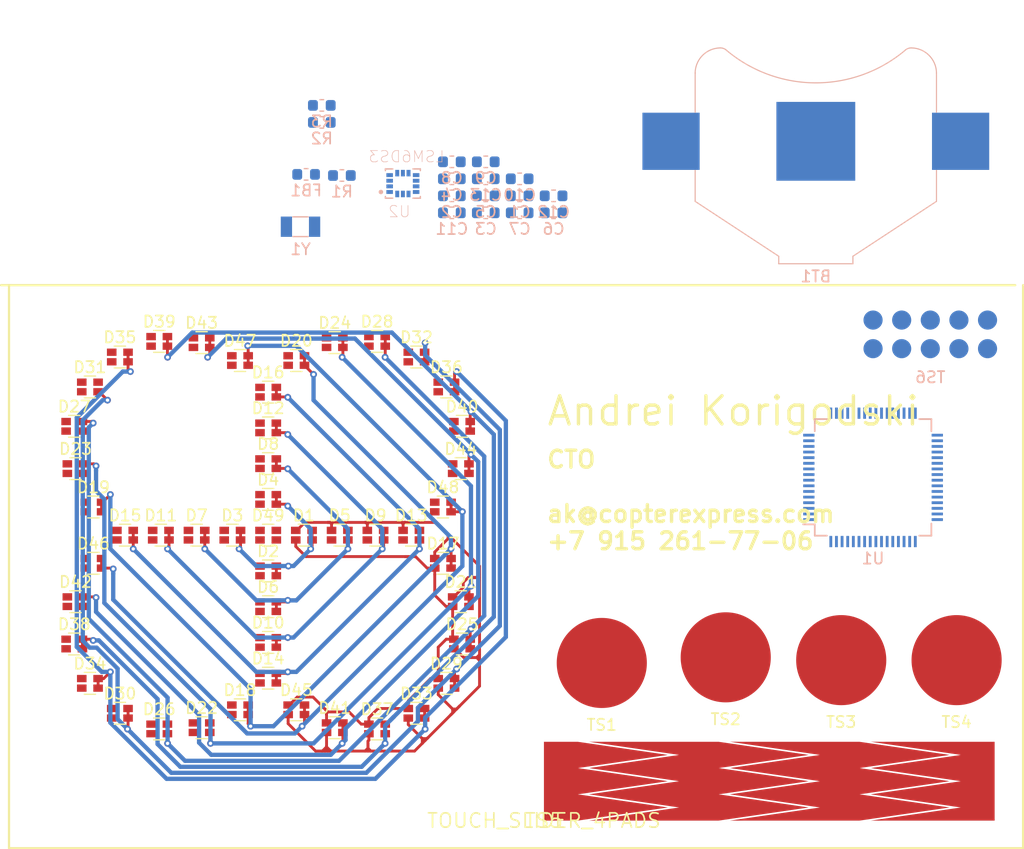
<source format=kicad_pcb>
(kicad_pcb (version 20171130) (host pcbnew 5.0.2+dfsg1-1~bpo9+1)
  (layers (0 F.Cu signal) (31 B.Cu signal) (34 B.Paste user) (35 F.Paste user) (36 B.SilkS user) (37 F.SilkS user) (38 B.Mask user) (39 F.Mask user) (44 Edge.Cuts user))
  (net 0 "")
  (net 1 LED_K0)
  (net 2 LED_K1)
  (net 3 LED_A0)
  (net 4 LED_K3)
  (net 5 LED_K2)
  (net 6 LED_K4)
  (net 7 LED_K5)
  (net 8 LED_K7)
  (net 9 LED_K6)
  (net 10 LED_K8)
  (net 11 LED_A1)
  (net 12 LED_A2)
  (net 13 LED_A3)
  (net 14 LED_A4)
  (net 15 LED_A5)
  (net 16 LED_A6)
  (net 17 LED_A7)
  (net 18 LED_A8)
  (net 19 VDD)
  (net 20 N$2)
  (net 21 MCU_AVDD)
  (net 22 GND)
  (net 23 N$7)
  (net 24 N$6)
  (net 25 N$13)
  (net 26 N$14)
  (net 27 N$5)
  (net 28 N$19)
  (net 29 N$20)
  (net 30 N$16)
  (net 31 N$15)
  (net 32 N$17)
  (net 33 N$18)
  (net 34 N$12)
  (net 35 N$11)
  (net 36 TOUCH_PAD0)
  (net 37 N$1)
  (net 38 TOUCH_PAD1)
  (net 39 TOUCH_PAD2)
  (net 40 TOUCH_PAD3)
  (net 41 N$21)
  (net 42 N$22)
  (net 43 N$23)
  (net 44 N$24)
  (net 45 N$8)
  (net 46 N$10)
  (net 47 N$9)
  (net 48 N$25)
  (net 49 N$26)
  (net 50 LED_K9)
  (net 51 LED_K10)
  (net 52 LED_K11)
  (module footprints:LED_DUAL_0606 (layer F.Cu) (at 96.175 57.2)
    (fp_text reference D1 (at 0 -1.75) (layer F.SilkS))
    (fp_text value LED_Dual_AACC)
    (pad 3 smd rect (at 0.725 -0.425) (size 0.85 0.65) (layers F.Cu F.Paste F.Mask) (net 1 LED_K0))
    (pad 4 smd rect (at 0.725 0.425) (size 0.85 0.65) (layers F.Cu F.Paste F.Mask) (net 1 LED_K0))
    (pad 2 smd rect (at -0.725 0.425) (size 0.85 0.65) (layers F.Cu F.Paste F.Mask) (net 11 LED_A1))
    (pad 1 smd rect (at -0.725 -0.425) (size 0.85 0.65) (layers F.Cu F.Paste F.Mask) (net 3 LED_A0))
  )
  (module footprints:LED_DUAL_0606 (layer F.Cu) (at 93 60.375)
    (fp_text reference D2 (at 0 -1.75) (layer F.SilkS))
    (fp_text value LED_Dual_AACC)
    (pad 3 smd rect (at 0.725 -0.425) (size 0.85 0.65) (layers F.Cu F.Paste F.Mask) (net 1 LED_K0))
    (pad 4 smd rect (at 0.725 0.425) (size 0.85 0.65) (layers F.Cu F.Paste F.Mask) (net 1 LED_K0))
    (pad 2 smd rect (at -0.725 0.425) (size 0.85 0.65) (layers F.Cu F.Paste F.Mask) (net 13 LED_A3))
    (pad 1 smd rect (at -0.725 -0.425) (size 0.85 0.65) (layers F.Cu F.Paste F.Mask) (net 12 LED_A2))
  )
  (module footprints:LED_DUAL_0606 (layer F.Cu) (at 89.825 57.2)
    (fp_text reference D3 (at 0 -1.75) (layer F.SilkS))
    (fp_text value LED_Dual_AACC)
    (pad 3 smd rect (at 0.725 -0.425) (size 0.85 0.65) (layers F.Cu F.Paste F.Mask) (net 1 LED_K0))
    (pad 4 smd rect (at 0.725 0.425) (size 0.85 0.65) (layers F.Cu F.Paste F.Mask) (net 1 LED_K0))
    (pad 2 smd rect (at -0.725 0.425) (size 0.85 0.65) (layers F.Cu F.Paste F.Mask) (net 15 LED_A5))
    (pad 1 smd rect (at -0.725 -0.425) (size 0.85 0.65) (layers F.Cu F.Paste F.Mask) (net 14 LED_A4))
  )
  (module footprints:LED_DUAL_0606 (layer F.Cu) (at 93 54.025)
    (fp_text reference D4 (at 0 -1.75) (layer F.SilkS))
    (fp_text value LED_Dual_AACC)
    (pad 3 smd rect (at 0.725 -0.425) (size 0.85 0.65) (layers F.Cu F.Paste F.Mask) (net 1 LED_K0))
    (pad 4 smd rect (at 0.725 0.425) (size 0.85 0.65) (layers F.Cu F.Paste F.Mask) (net 1 LED_K0))
    (pad 2 smd rect (at -0.725 0.425) (size 0.85 0.65) (layers F.Cu F.Paste F.Mask) (net 17 LED_A7))
    (pad 1 smd rect (at -0.725 -0.425) (size 0.85 0.65) (layers F.Cu F.Paste F.Mask) (net 16 LED_A6))
  )
  (module footprints:LED_DUAL_0606 (layer F.Cu) (at 99.35 57.2)
    (fp_text reference D5 (at 0 -1.75) (layer F.SilkS))
    (fp_text value LED_Dual_AACC)
    (pad 3 smd rect (at 0.725 -0.425) (size 0.85 0.65) (layers F.Cu F.Paste F.Mask) (net 2 LED_K1))
    (pad 4 smd rect (at 0.725 0.425) (size 0.85 0.65) (layers F.Cu F.Paste F.Mask) (net 2 LED_K1))
    (pad 2 smd rect (at -0.725 0.425) (size 0.85 0.65) (layers F.Cu F.Paste F.Mask) (net 11 LED_A1))
    (pad 1 smd rect (at -0.725 -0.425) (size 0.85 0.65) (layers F.Cu F.Paste F.Mask) (net 3 LED_A0))
  )
  (module footprints:LED_DUAL_0606 (layer F.Cu) (at 93 63.55)
    (fp_text reference D6 (at 0 -1.75) (layer F.SilkS))
    (fp_text value LED_Dual_AACC)
    (pad 3 smd rect (at 0.725 -0.425) (size 0.85 0.65) (layers F.Cu F.Paste F.Mask) (net 2 LED_K1))
    (pad 4 smd rect (at 0.725 0.425) (size 0.85 0.65) (layers F.Cu F.Paste F.Mask) (net 2 LED_K1))
    (pad 2 smd rect (at -0.725 0.425) (size 0.85 0.65) (layers F.Cu F.Paste F.Mask) (net 13 LED_A3))
    (pad 1 smd rect (at -0.725 -0.425) (size 0.85 0.65) (layers F.Cu F.Paste F.Mask) (net 12 LED_A2))
  )
  (module footprints:LED_DUAL_0606 (layer F.Cu) (at 86.65 57.2)
    (fp_text reference D7 (at 0 -1.75) (layer F.SilkS))
    (fp_text value LED_Dual_AACC)
    (pad 3 smd rect (at 0.725 -0.425) (size 0.85 0.65) (layers F.Cu F.Paste F.Mask) (net 2 LED_K1))
    (pad 4 smd rect (at 0.725 0.425) (size 0.85 0.65) (layers F.Cu F.Paste F.Mask) (net 2 LED_K1))
    (pad 2 smd rect (at -0.725 0.425) (size 0.85 0.65) (layers F.Cu F.Paste F.Mask) (net 15 LED_A5))
    (pad 1 smd rect (at -0.725 -0.425) (size 0.85 0.65) (layers F.Cu F.Paste F.Mask) (net 14 LED_A4))
  )
  (module footprints:LED_DUAL_0606 (layer F.Cu) (at 93 50.85)
    (fp_text reference D8 (at 0 -1.75) (layer F.SilkS))
    (fp_text value LED_Dual_AACC)
    (pad 3 smd rect (at 0.725 -0.425) (size 0.85 0.65) (layers F.Cu F.Paste F.Mask) (net 2 LED_K1))
    (pad 4 smd rect (at 0.725 0.425) (size 0.85 0.65) (layers F.Cu F.Paste F.Mask) (net 2 LED_K1))
    (pad 2 smd rect (at -0.725 0.425) (size 0.85 0.65) (layers F.Cu F.Paste F.Mask) (net 17 LED_A7))
    (pad 1 smd rect (at -0.725 -0.425) (size 0.85 0.65) (layers F.Cu F.Paste F.Mask) (net 16 LED_A6))
  )
  (module footprints:LED_DUAL_0606 (layer F.Cu) (at 102.525 57.2)
    (fp_text reference D9 (at 0 -1.75) (layer F.SilkS))
    (fp_text value LED_Dual_AACC)
    (pad 3 smd rect (at 0.725 -0.425) (size 0.85 0.65) (layers F.Cu F.Paste F.Mask) (net 5 LED_K2))
    (pad 4 smd rect (at 0.725 0.425) (size 0.85 0.65) (layers F.Cu F.Paste F.Mask) (net 5 LED_K2))
    (pad 2 smd rect (at -0.725 0.425) (size 0.85 0.65) (layers F.Cu F.Paste F.Mask) (net 11 LED_A1))
    (pad 1 smd rect (at -0.725 -0.425) (size 0.85 0.65) (layers F.Cu F.Paste F.Mask) (net 3 LED_A0))
  )
  (module footprints:LED_DUAL_0606 (layer F.Cu) (at 93 66.724999)
    (fp_text reference D10 (at 0 -1.75) (layer F.SilkS))
    (fp_text value LED_Dual_AACC)
    (pad 3 smd rect (at 0.725 -0.425) (size 0.85 0.65) (layers F.Cu F.Paste F.Mask) (net 5 LED_K2))
    (pad 4 smd rect (at 0.725 0.425) (size 0.85 0.65) (layers F.Cu F.Paste F.Mask) (net 5 LED_K2))
    (pad 2 smd rect (at -0.725 0.425) (size 0.85 0.65) (layers F.Cu F.Paste F.Mask) (net 13 LED_A3))
    (pad 1 smd rect (at -0.725 -0.425) (size 0.85 0.65) (layers F.Cu F.Paste F.Mask) (net 12 LED_A2))
  )
  (module footprints:LED_DUAL_0606 (layer F.Cu) (at 83.475 57.2)
    (fp_text reference D11 (at 0 -1.75) (layer F.SilkS))
    (fp_text value LED_Dual_AACC)
    (pad 3 smd rect (at 0.725 -0.425) (size 0.85 0.65) (layers F.Cu F.Paste F.Mask) (net 5 LED_K2))
    (pad 4 smd rect (at 0.725 0.425) (size 0.85 0.65) (layers F.Cu F.Paste F.Mask) (net 5 LED_K2))
    (pad 2 smd rect (at -0.725 0.425) (size 0.85 0.65) (layers F.Cu F.Paste F.Mask) (net 15 LED_A5))
    (pad 1 smd rect (at -0.725 -0.425) (size 0.85 0.65) (layers F.Cu F.Paste F.Mask) (net 14 LED_A4))
  )
  (module footprints:LED_DUAL_0606 (layer F.Cu) (at 93 47.675)
    (fp_text reference D12 (at 0 -1.75) (layer F.SilkS))
    (fp_text value LED_Dual_AACC)
    (pad 3 smd rect (at 0.725 -0.425) (size 0.85 0.65) (layers F.Cu F.Paste F.Mask) (net 5 LED_K2))
    (pad 4 smd rect (at 0.725 0.425) (size 0.85 0.65) (layers F.Cu F.Paste F.Mask) (net 5 LED_K2))
    (pad 2 smd rect (at -0.725 0.425) (size 0.85 0.65) (layers F.Cu F.Paste F.Mask) (net 17 LED_A7))
    (pad 1 smd rect (at -0.725 -0.425) (size 0.85 0.65) (layers F.Cu F.Paste F.Mask) (net 16 LED_A6))
  )
  (module footprints:LED_DUAL_0606 (layer F.Cu) (at 105.7 57.2)
    (fp_text reference D13 (at 0 -1.75) (layer F.SilkS))
    (fp_text value LED_Dual_AACC)
    (pad 3 smd rect (at 0.725 -0.425) (size 0.85 0.65) (layers F.Cu F.Paste F.Mask) (net 4 LED_K3))
    (pad 4 smd rect (at 0.725 0.425) (size 0.85 0.65) (layers F.Cu F.Paste F.Mask) (net 4 LED_K3))
    (pad 2 smd rect (at -0.725 0.425) (size 0.85 0.65) (layers F.Cu F.Paste F.Mask) (net 11 LED_A1))
    (pad 1 smd rect (at -0.725 -0.425) (size 0.85 0.65) (layers F.Cu F.Paste F.Mask) (net 3 LED_A0))
  )
  (module footprints:LED_DUAL_0606 (layer F.Cu) (at 93 69.9)
    (fp_text reference D14 (at 0 -1.75) (layer F.SilkS))
    (fp_text value LED_Dual_AACC)
    (pad 3 smd rect (at 0.725 -0.425) (size 0.85 0.65) (layers F.Cu F.Paste F.Mask) (net 4 LED_K3))
    (pad 4 smd rect (at 0.725 0.425) (size 0.85 0.65) (layers F.Cu F.Paste F.Mask) (net 4 LED_K3))
    (pad 2 smd rect (at -0.725 0.425) (size 0.85 0.65) (layers F.Cu F.Paste F.Mask) (net 13 LED_A3))
    (pad 1 smd rect (at -0.725 -0.425) (size 0.85 0.65) (layers F.Cu F.Paste F.Mask) (net 12 LED_A2))
  )
  (module footprints:LED_DUAL_0606 (layer F.Cu) (at 80.3 57.2)
    (fp_text reference D15 (at 0 -1.75) (layer F.SilkS))
    (fp_text value LED_Dual_AACC)
    (pad 3 smd rect (at 0.725 -0.425) (size 0.85 0.65) (layers F.Cu F.Paste F.Mask) (net 4 LED_K3))
    (pad 4 smd rect (at 0.725 0.425) (size 0.85 0.65) (layers F.Cu F.Paste F.Mask) (net 4 LED_K3))
    (pad 2 smd rect (at -0.725 0.425) (size 0.85 0.65) (layers F.Cu F.Paste F.Mask) (net 15 LED_A5))
    (pad 1 smd rect (at -0.725 -0.425) (size 0.85 0.65) (layers F.Cu F.Paste F.Mask) (net 14 LED_A4))
  )
  (module footprints:LED_DUAL_0606 (layer F.Cu) (at 93 44.5)
    (fp_text reference D16 (at 0 -1.75) (layer F.SilkS))
    (fp_text value LED_Dual_AACC)
    (pad 3 smd rect (at 0.725 -0.425) (size 0.85 0.65) (layers F.Cu F.Paste F.Mask) (net 4 LED_K3))
    (pad 4 smd rect (at 0.725 0.425) (size 0.85 0.65) (layers F.Cu F.Paste F.Mask) (net 4 LED_K3))
    (pad 2 smd rect (at -0.725 0.425) (size 0.85 0.65) (layers F.Cu F.Paste F.Mask) (net 17 LED_A7))
    (pad 1 smd rect (at -0.725 -0.425) (size 0.85 0.65) (layers F.Cu F.Paste F.Mask) (net 16 LED_A6))
  )
  (module footprints:LED_DUAL_0606 (layer F.Cu) (at 108.508852 59.699666)
    (fp_text reference D17 (at 0 -1.75) (layer F.SilkS))
    (fp_text value LED_Dual_AACC)
    (pad 3 smd rect (at 0.725 -0.425) (size 0.85 0.65) (layers F.Cu F.Paste F.Mask) (net 6 LED_K4))
    (pad 4 smd rect (at 0.725 0.425) (size 0.85 0.65) (layers F.Cu F.Paste F.Mask) (net 6 LED_K4))
    (pad 2 smd rect (at -0.725 0.425) (size 0.85 0.65) (layers F.Cu F.Paste F.Mask) (net 11 LED_A1))
    (pad 1 smd rect (at -0.725 -0.425) (size 0.85 0.65) (layers F.Cu F.Paste F.Mask) (net 3 LED_A0))
  )
  (module footprints:LED_DUAL_0606 (layer F.Cu) (at 90.500333 72.708852)
    (fp_text reference D18 (at 0 -1.75) (layer F.SilkS))
    (fp_text value LED_Dual_AACC)
    (pad 3 smd rect (at 0.725 -0.425) (size 0.85 0.65) (layers F.Cu F.Paste F.Mask) (net 6 LED_K4))
    (pad 4 smd rect (at 0.725 0.425) (size 0.85 0.65) (layers F.Cu F.Paste F.Mask) (net 6 LED_K4))
    (pad 2 smd rect (at -0.725 0.425) (size 0.85 0.65) (layers F.Cu F.Paste F.Mask) (net 13 LED_A3))
    (pad 1 smd rect (at -0.725 -0.425) (size 0.85 0.65) (layers F.Cu F.Paste F.Mask) (net 12 LED_A2))
  )
  (module footprints:LED_DUAL_0606 (layer F.Cu) (at 77.491147 54.700333)
    (fp_text reference D19 (at 0 -1.75) (layer F.SilkS))
    (fp_text value LED_Dual_AACC)
    (pad 3 smd rect (at 0.725 -0.425) (size 0.85 0.65) (layers F.Cu F.Paste F.Mask) (net 6 LED_K4))
    (pad 4 smd rect (at 0.725 0.425) (size 0.85 0.65) (layers F.Cu F.Paste F.Mask) (net 6 LED_K4))
    (pad 2 smd rect (at -0.725 0.425) (size 0.85 0.65) (layers F.Cu F.Paste F.Mask) (net 15 LED_A5))
    (pad 1 smd rect (at -0.725 -0.425) (size 0.85 0.65) (layers F.Cu F.Paste F.Mask) (net 14 LED_A4))
  )
  (module footprints:LED_DUAL_0606 (layer F.Cu) (at 95.499666 41.691147)
    (fp_text reference D20 (at 0 -1.75) (layer F.SilkS))
    (fp_text value LED_Dual_AACC)
    (pad 3 smd rect (at 0.725 -0.425) (size 0.85 0.65) (layers F.Cu F.Paste F.Mask) (net 6 LED_K4))
    (pad 4 smd rect (at 0.725 0.425) (size 0.85 0.65) (layers F.Cu F.Paste F.Mask) (net 6 LED_K4))
    (pad 2 smd rect (at -0.725 0.425) (size 0.85 0.65) (layers F.Cu F.Paste F.Mask) (net 17 LED_A7))
    (pad 1 smd rect (at -0.725 -0.425) (size 0.85 0.65) (layers F.Cu F.Paste F.Mask) (net 16 LED_A6))
  )
  (module footprints:LED_DUAL_0606 (layer F.Cu) (at 110.097919 63.107431)
    (fp_text reference D21 (at 0 -1.75) (layer F.SilkS))
    (fp_text value LED_Dual_AACC)
    (pad 3 smd rect (at 0.725 -0.425) (size 0.85 0.65) (layers F.Cu F.Paste F.Mask) (net 7 LED_K5))
    (pad 4 smd rect (at 0.725 0.425) (size 0.85 0.65) (layers F.Cu F.Paste F.Mask) (net 7 LED_K5))
    (pad 2 smd rect (at -0.725 0.425) (size 0.85 0.65) (layers F.Cu F.Paste F.Mask) (net 11 LED_A1))
    (pad 1 smd rect (at -0.725 -0.425) (size 0.85 0.65) (layers F.Cu F.Paste F.Mask) (net 3 LED_A0))
  )
  (module footprints:LED_DUAL_0606 (layer F.Cu) (at 87.092568 74.297919)
    (fp_text reference D22 (at 0 -1.75) (layer F.SilkS))
    (fp_text value LED_Dual_AACC)
    (pad 3 smd rect (at 0.725 -0.425) (size 0.85 0.65) (layers F.Cu F.Paste F.Mask) (net 7 LED_K5))
    (pad 4 smd rect (at 0.725 0.425) (size 0.85 0.65) (layers F.Cu F.Paste F.Mask) (net 7 LED_K5))
    (pad 2 smd rect (at -0.725 0.425) (size 0.85 0.65) (layers F.Cu F.Paste F.Mask) (net 13 LED_A3))
    (pad 1 smd rect (at -0.725 -0.425) (size 0.85 0.65) (layers F.Cu F.Paste F.Mask) (net 12 LED_A2))
  )
  (module footprints:LED_DUAL_0606 (layer F.Cu) (at 75.90208 51.292568)
    (fp_text reference D23 (at 0 -1.75) (layer F.SilkS))
    (fp_text value LED_Dual_AACC)
    (pad 3 smd rect (at 0.725 -0.425) (size 0.85 0.65) (layers F.Cu F.Paste F.Mask) (net 7 LED_K5))
    (pad 4 smd rect (at 0.725 0.425) (size 0.85 0.65) (layers F.Cu F.Paste F.Mask) (net 7 LED_K5))
    (pad 2 smd rect (at -0.725 0.425) (size 0.85 0.65) (layers F.Cu F.Paste F.Mask) (net 15 LED_A5))
    (pad 1 smd rect (at -0.725 -0.425) (size 0.85 0.65) (layers F.Cu F.Paste F.Mask) (net 14 LED_A4))
  )
  (module footprints:LED_DUAL_0606 (layer F.Cu) (at 98.907431 40.10208)
    (fp_text reference D24 (at 0 -1.75) (layer F.SilkS))
    (fp_text value LED_Dual_AACC)
    (pad 3 smd rect (at 0.725 -0.425) (size 0.85 0.65) (layers F.Cu F.Paste F.Mask) (net 7 LED_K5))
    (pad 4 smd rect (at 0.725 0.425) (size 0.85 0.65) (layers F.Cu F.Paste F.Mask) (net 7 LED_K5))
    (pad 2 smd rect (at -0.725 0.425) (size 0.85 0.65) (layers F.Cu F.Paste F.Mask) (net 17 LED_A7))
    (pad 1 smd rect (at -0.725 -0.425) (size 0.85 0.65) (layers F.Cu F.Paste F.Mask) (net 16 LED_A6))
  )
  (module footprints:LED_DUAL_0606 (layer F.Cu) (at 110.207279 66.865892)
    (fp_text reference D25 (at 0 -1.75) (layer F.SilkS))
    (fp_text value LED_Dual_AACC)
    (pad 3 smd rect (at 0.725 -0.425) (size 0.85 0.65) (layers F.Cu F.Paste F.Mask) (net 9 LED_K6))
    (pad 4 smd rect (at 0.725 0.425) (size 0.85 0.65) (layers F.Cu F.Paste F.Mask) (net 9 LED_K6))
    (pad 2 smd rect (at -0.725 0.425) (size 0.85 0.65) (layers F.Cu F.Paste F.Mask) (net 3 LED_A0))
    (pad 1 smd rect (at -0.725 -0.425) (size 0.85 0.65) (layers F.Cu F.Paste F.Mask) (net 11 LED_A1))
  )
  (module footprints:LED_DUAL_0606 (layer F.Cu) (at 83.334107 74.407279)
    (fp_text reference D26 (at 0 -1.75) (layer F.SilkS))
    (fp_text value LED_Dual_AACC)
    (pad 3 smd rect (at 0.725 -0.425) (size 0.85 0.65) (layers F.Cu F.Paste F.Mask) (net 9 LED_K6))
    (pad 4 smd rect (at 0.725 0.425) (size 0.85 0.65) (layers F.Cu F.Paste F.Mask) (net 9 LED_K6))
    (pad 2 smd rect (at -0.725 0.425) (size 0.85 0.65) (layers F.Cu F.Paste F.Mask) (net 12 LED_A2))
    (pad 1 smd rect (at -0.725 -0.425) (size 0.85 0.65) (layers F.Cu F.Paste F.Mask) (net 13 LED_A3))
  )
  (module footprints:LED_DUAL_0606 (layer F.Cu) (at 75.79272 47.534107)
    (fp_text reference D27 (at 0 -1.75) (layer F.SilkS))
    (fp_text value LED_Dual_AACC)
    (pad 3 smd rect (at 0.725 -0.425) (size 0.85 0.65) (layers F.Cu F.Paste F.Mask) (net 9 LED_K6))
    (pad 4 smd rect (at 0.725 0.425) (size 0.85 0.65) (layers F.Cu F.Paste F.Mask) (net 9 LED_K6))
    (pad 2 smd rect (at -0.725 0.425) (size 0.85 0.65) (layers F.Cu F.Paste F.Mask) (net 14 LED_A4))
    (pad 1 smd rect (at -0.725 -0.425) (size 0.85 0.65) (layers F.Cu F.Paste F.Mask) (net 15 LED_A5))
  )
  (module footprints:LED_DUAL_0606 (layer F.Cu) (at 102.665892 39.99272)
    (fp_text reference D28 (at 0 -1.75) (layer F.SilkS))
    (fp_text value LED_Dual_AACC)
    (pad 3 smd rect (at 0.725 -0.425) (size 0.85 0.65) (layers F.Cu F.Paste F.Mask) (net 9 LED_K6))
    (pad 4 smd rect (at 0.725 0.425) (size 0.85 0.65) (layers F.Cu F.Paste F.Mask) (net 9 LED_K6))
    (pad 2 smd rect (at -0.725 0.425) (size 0.85 0.65) (layers F.Cu F.Paste F.Mask) (net 16 LED_A6))
    (pad 1 smd rect (at -0.725 -0.425) (size 0.85 0.65) (layers F.Cu F.Paste F.Mask) (net 17 LED_A7))
  )
  (module footprints:LED_DUAL_0606 (layer F.Cu) (at 108.819045 70.360287)
    (fp_text reference D29 (at 0 -1.75) (layer F.SilkS))
    (fp_text value LED_Dual_AACC)
    (pad 3 smd rect (at 0.725 -0.425) (size 0.85 0.65) (layers F.Cu F.Paste F.Mask) (net 8 LED_K7))
    (pad 4 smd rect (at 0.725 0.425) (size 0.85 0.65) (layers F.Cu F.Paste F.Mask) (net 8 LED_K7))
    (pad 2 smd rect (at -0.725 0.425) (size 0.85 0.65) (layers F.Cu F.Paste F.Mask) (net 3 LED_A0))
    (pad 1 smd rect (at -0.725 -0.425) (size 0.85 0.65) (layers F.Cu F.Paste F.Mask) (net 11 LED_A1))
  )
  (module footprints:LED_DUAL_0606 (layer F.Cu) (at 79.839712 73.019045)
    (fp_text reference D30 (at 0 -1.75) (layer F.SilkS))
    (fp_text value LED_Dual_AACC)
    (pad 3 smd rect (at 0.725 -0.425) (size 0.85 0.65) (layers F.Cu F.Paste F.Mask) (net 8 LED_K7))
    (pad 4 smd rect (at 0.725 0.425) (size 0.85 0.65) (layers F.Cu F.Paste F.Mask) (net 8 LED_K7))
    (pad 2 smd rect (at -0.725 0.425) (size 0.85 0.65) (layers F.Cu F.Paste F.Mask) (net 12 LED_A2))
    (pad 1 smd rect (at -0.725 -0.425) (size 0.85 0.65) (layers F.Cu F.Paste F.Mask) (net 13 LED_A3))
  )
  (module footprints:LED_DUAL_0606 (layer F.Cu) (at 77.180954 44.039712)
    (fp_text reference D31 (at 0 -1.75) (layer F.SilkS))
    (fp_text value LED_Dual_AACC)
    (pad 3 smd rect (at 0.725 -0.425) (size 0.85 0.65) (layers F.Cu F.Paste F.Mask) (net 8 LED_K7))
    (pad 4 smd rect (at 0.725 0.425) (size 0.85 0.65) (layers F.Cu F.Paste F.Mask) (net 8 LED_K7))
    (pad 2 smd rect (at -0.725 0.425) (size 0.85 0.65) (layers F.Cu F.Paste F.Mask) (net 14 LED_A4))
    (pad 1 smd rect (at -0.725 -0.425) (size 0.85 0.65) (layers F.Cu F.Paste F.Mask) (net 15 LED_A5))
  )
  (module footprints:LED_DUAL_0606 (layer F.Cu) (at 106.160287 41.380954)
    (fp_text reference D32 (at 0 -1.75) (layer F.SilkS))
    (fp_text value LED_Dual_AACC)
    (pad 3 smd rect (at 0.725 -0.425) (size 0.85 0.65) (layers F.Cu F.Paste F.Mask) (net 8 LED_K7))
    (pad 4 smd rect (at 0.725 0.425) (size 0.85 0.65) (layers F.Cu F.Paste F.Mask) (net 8 LED_K7))
    (pad 2 smd rect (at -0.725 0.425) (size 0.85 0.65) (layers F.Cu F.Paste F.Mask) (net 16 LED_A6))
    (pad 1 smd rect (at -0.725 -0.425) (size 0.85 0.65) (layers F.Cu F.Paste F.Mask) (net 17 LED_A7))
  )
  (module footprints:LED_DUAL_0606 (layer F.Cu) (at 106.160287 73.019045)
    (fp_text reference D33 (at 0 -1.75) (layer F.SilkS))
    (fp_text value LED_Dual_AACC)
    (pad 3 smd rect (at 0.725 -0.425) (size 0.85 0.65) (layers F.Cu F.Paste F.Mask) (net 10 LED_K8))
    (pad 4 smd rect (at 0.725 0.425) (size 0.85 0.65) (layers F.Cu F.Paste F.Mask) (net 10 LED_K8))
    (pad 2 smd rect (at -0.725 0.425) (size 0.85 0.65) (layers F.Cu F.Paste F.Mask) (net 3 LED_A0))
    (pad 1 smd rect (at -0.725 -0.425) (size 0.85 0.65) (layers F.Cu F.Paste F.Mask) (net 11 LED_A1))
  )
  (module footprints:LED_DUAL_0606 (layer F.Cu) (at 77.180954 70.360287)
    (fp_text reference D34 (at 0 -1.75) (layer F.SilkS))
    (fp_text value LED_Dual_AACC)
    (pad 3 smd rect (at 0.725 -0.425) (size 0.85 0.65) (layers F.Cu F.Paste F.Mask) (net 10 LED_K8))
    (pad 4 smd rect (at 0.725 0.425) (size 0.85 0.65) (layers F.Cu F.Paste F.Mask) (net 10 LED_K8))
    (pad 2 smd rect (at -0.725 0.425) (size 0.85 0.65) (layers F.Cu F.Paste F.Mask) (net 12 LED_A2))
    (pad 1 smd rect (at -0.725 -0.425) (size 0.85 0.65) (layers F.Cu F.Paste F.Mask) (net 13 LED_A3))
  )
  (module footprints:LED_DUAL_0606 (layer F.Cu) (at 79.839712 41.380954)
    (fp_text reference D35 (at 0 -1.75) (layer F.SilkS))
    (fp_text value LED_Dual_AACC)
    (pad 3 smd rect (at 0.725 -0.425) (size 0.85 0.65) (layers F.Cu F.Paste F.Mask) (net 10 LED_K8))
    (pad 4 smd rect (at 0.725 0.425) (size 0.85 0.65) (layers F.Cu F.Paste F.Mask) (net 10 LED_K8))
    (pad 2 smd rect (at -0.725 0.425) (size 0.85 0.65) (layers F.Cu F.Paste F.Mask) (net 14 LED_A4))
    (pad 1 smd rect (at -0.725 -0.425) (size 0.85 0.65) (layers F.Cu F.Paste F.Mask) (net 15 LED_A5))
  )
  (module footprints:LED_DUAL_0606 (layer F.Cu) (at 108.819045 44.039712)
    (fp_text reference D36 (at 0 -1.75) (layer F.SilkS))
    (fp_text value LED_Dual_AACC)
    (pad 3 smd rect (at 0.725 -0.425) (size 0.85 0.65) (layers F.Cu F.Paste F.Mask) (net 10 LED_K8))
    (pad 4 smd rect (at 0.725 0.425) (size 0.85 0.65) (layers F.Cu F.Paste F.Mask) (net 10 LED_K8))
    (pad 2 smd rect (at -0.725 0.425) (size 0.85 0.65) (layers F.Cu F.Paste F.Mask) (net 16 LED_A6))
    (pad 1 smd rect (at -0.725 -0.425) (size 0.85 0.65) (layers F.Cu F.Paste F.Mask) (net 17 LED_A7))
  )
  (module footprints:LED_DUAL_0606 (layer F.Cu) (at 102.665892 74.407279)
    (fp_text reference D37 (at 0 -1.75) (layer F.SilkS))
    (fp_text value LED_Dual_AACC)
    (pad 3 smd rect (at 0.725 -0.425) (size 0.85 0.65) (layers F.Cu F.Paste F.Mask) (net 50 LED_K9))
    (pad 4 smd rect (at 0.725 0.425) (size 0.85 0.65) (layers F.Cu F.Paste F.Mask) (net 50 LED_K9))
    (pad 2 smd rect (at -0.725 0.425) (size 0.85 0.65) (layers F.Cu F.Paste F.Mask) (net 3 LED_A0))
    (pad 1 smd rect (at -0.725 -0.425) (size 0.85 0.65) (layers F.Cu F.Paste F.Mask) (net 11 LED_A1))
  )
  (module footprints:LED_DUAL_0606 (layer F.Cu) (at 75.79272 66.865892)
    (fp_text reference D38 (at 0 -1.75) (layer F.SilkS))
    (fp_text value LED_Dual_AACC)
    (pad 3 smd rect (at 0.725 -0.425) (size 0.85 0.65) (layers F.Cu F.Paste F.Mask) (net 50 LED_K9))
    (pad 4 smd rect (at 0.725 0.425) (size 0.85 0.65) (layers F.Cu F.Paste F.Mask) (net 50 LED_K9))
    (pad 2 smd rect (at -0.725 0.425) (size 0.85 0.65) (layers F.Cu F.Paste F.Mask) (net 12 LED_A2))
    (pad 1 smd rect (at -0.725 -0.425) (size 0.85 0.65) (layers F.Cu F.Paste F.Mask) (net 13 LED_A3))
  )
  (module footprints:LED_DUAL_0606 (layer F.Cu) (at 83.334107 39.99272)
    (fp_text reference D39 (at 0 -1.75) (layer F.SilkS))
    (fp_text value LED_Dual_AACC)
    (pad 3 smd rect (at 0.725 -0.425) (size 0.85 0.65) (layers F.Cu F.Paste F.Mask) (net 50 LED_K9))
    (pad 4 smd rect (at 0.725 0.425) (size 0.85 0.65) (layers F.Cu F.Paste F.Mask) (net 50 LED_K9))
    (pad 2 smd rect (at -0.725 0.425) (size 0.85 0.65) (layers F.Cu F.Paste F.Mask) (net 14 LED_A4))
    (pad 1 smd rect (at -0.725 -0.425) (size 0.85 0.65) (layers F.Cu F.Paste F.Mask) (net 15 LED_A5))
  )
  (module footprints:LED_DUAL_0606 (layer F.Cu) (at 110.207279 47.534107)
    (fp_text reference D40 (at 0 -1.75) (layer F.SilkS))
    (fp_text value LED_Dual_AACC)
    (pad 3 smd rect (at 0.725 -0.425) (size 0.85 0.65) (layers F.Cu F.Paste F.Mask) (net 50 LED_K9))
    (pad 4 smd rect (at 0.725 0.425) (size 0.85 0.65) (layers F.Cu F.Paste F.Mask) (net 50 LED_K9))
    (pad 2 smd rect (at -0.725 0.425) (size 0.85 0.65) (layers F.Cu F.Paste F.Mask) (net 16 LED_A6))
    (pad 1 smd rect (at -0.725 -0.425) (size 0.85 0.65) (layers F.Cu F.Paste F.Mask) (net 17 LED_A7))
  )
  (module footprints:LED_DUAL_0606 (layer F.Cu) (at 98.907431 74.297919)
    (fp_text reference D41 (at 0 -1.75) (layer F.SilkS))
    (fp_text value LED_Dual_AACC)
    (pad 3 smd rect (at 0.725 -0.425) (size 0.85 0.65) (layers F.Cu F.Paste F.Mask) (net 51 LED_K10))
    (pad 4 smd rect (at 0.725 0.425) (size 0.85 0.65) (layers F.Cu F.Paste F.Mask) (net 51 LED_K10))
    (pad 2 smd rect (at -0.725 0.425) (size 0.85 0.65) (layers F.Cu F.Paste F.Mask) (net 3 LED_A0))
    (pad 1 smd rect (at -0.725 -0.425) (size 0.85 0.65) (layers F.Cu F.Paste F.Mask) (net 11 LED_A1))
  )
  (module footprints:LED_DUAL_0606 (layer F.Cu) (at 75.90208 63.107431)
    (fp_text reference D42 (at 0 -1.75) (layer F.SilkS))
    (fp_text value LED_Dual_AACC)
    (pad 3 smd rect (at 0.725 -0.425) (size 0.85 0.65) (layers F.Cu F.Paste F.Mask) (net 51 LED_K10))
    (pad 4 smd rect (at 0.725 0.425) (size 0.85 0.65) (layers F.Cu F.Paste F.Mask) (net 51 LED_K10))
    (pad 2 smd rect (at -0.725 0.425) (size 0.85 0.65) (layers F.Cu F.Paste F.Mask) (net 12 LED_A2))
    (pad 1 smd rect (at -0.725 -0.425) (size 0.85 0.65) (layers F.Cu F.Paste F.Mask) (net 13 LED_A3))
  )
  (module footprints:LED_DUAL_0606 (layer F.Cu) (at 87.092568 40.10208)
    (fp_text reference D43 (at 0 -1.75) (layer F.SilkS))
    (fp_text value LED_Dual_AACC)
    (pad 3 smd rect (at 0.725 -0.425) (size 0.85 0.65) (layers F.Cu F.Paste F.Mask) (net 51 LED_K10))
    (pad 4 smd rect (at 0.725 0.425) (size 0.85 0.65) (layers F.Cu F.Paste F.Mask) (net 51 LED_K10))
    (pad 2 smd rect (at -0.725 0.425) (size 0.85 0.65) (layers F.Cu F.Paste F.Mask) (net 14 LED_A4))
    (pad 1 smd rect (at -0.725 -0.425) (size 0.85 0.65) (layers F.Cu F.Paste F.Mask) (net 15 LED_A5))
  )
  (module footprints:LED_DUAL_0606 (layer F.Cu) (at 110.097919 51.292568)
    (fp_text reference D44 (at 0 -1.75) (layer F.SilkS))
    (fp_text value LED_Dual_AACC)
    (pad 3 smd rect (at 0.725 -0.425) (size 0.85 0.65) (layers F.Cu F.Paste F.Mask) (net 51 LED_K10))
    (pad 4 smd rect (at 0.725 0.425) (size 0.85 0.65) (layers F.Cu F.Paste F.Mask) (net 51 LED_K10))
    (pad 2 smd rect (at -0.725 0.425) (size 0.85 0.65) (layers F.Cu F.Paste F.Mask) (net 16 LED_A6))
    (pad 1 smd rect (at -0.725 -0.425) (size 0.85 0.65) (layers F.Cu F.Paste F.Mask) (net 17 LED_A7))
  )
  (module footprints:LED_DUAL_0606 (layer F.Cu) (at 95.499666 72.708852)
    (fp_text reference D45 (at 0 -1.75) (layer F.SilkS))
    (fp_text value LED_Dual_AACC)
    (pad 3 smd rect (at 0.725 -0.425) (size 0.85 0.65) (layers F.Cu F.Paste F.Mask) (net 52 LED_K11))
    (pad 4 smd rect (at 0.725 0.425) (size 0.85 0.65) (layers F.Cu F.Paste F.Mask) (net 52 LED_K11))
    (pad 2 smd rect (at -0.725 0.425) (size 0.85 0.65) (layers F.Cu F.Paste F.Mask) (net 3 LED_A0))
    (pad 1 smd rect (at -0.725 -0.425) (size 0.85 0.65) (layers F.Cu F.Paste F.Mask) (net 11 LED_A1))
  )
  (module footprints:LED_DUAL_0606 (layer F.Cu) (at 77.491147 59.699666)
    (fp_text reference D46 (at 0 -1.75) (layer F.SilkS))
    (fp_text value LED_Dual_AACC)
    (pad 3 smd rect (at 0.725 -0.425) (size 0.85 0.65) (layers F.Cu F.Paste F.Mask) (net 52 LED_K11))
    (pad 4 smd rect (at 0.725 0.425) (size 0.85 0.65) (layers F.Cu F.Paste F.Mask) (net 52 LED_K11))
    (pad 2 smd rect (at -0.725 0.425) (size 0.85 0.65) (layers F.Cu F.Paste F.Mask) (net 12 LED_A2))
    (pad 1 smd rect (at -0.725 -0.425) (size 0.85 0.65) (layers F.Cu F.Paste F.Mask) (net 13 LED_A3))
  )
  (module footprints:LED_DUAL_0606 (layer F.Cu) (at 90.500333 41.691147)
    (fp_text reference D47 (at 0 -1.75) (layer F.SilkS))
    (fp_text value LED_Dual_AACC)
    (pad 3 smd rect (at 0.725 -0.425) (size 0.85 0.65) (layers F.Cu F.Paste F.Mask) (net 52 LED_K11))
    (pad 4 smd rect (at 0.725 0.425) (size 0.85 0.65) (layers F.Cu F.Paste F.Mask) (net 52 LED_K11))
    (pad 2 smd rect (at -0.725 0.425) (size 0.85 0.65) (layers F.Cu F.Paste F.Mask) (net 14 LED_A4))
    (pad 1 smd rect (at -0.725 -0.425) (size 0.85 0.65) (layers F.Cu F.Paste F.Mask) (net 15 LED_A5))
  )
  (module footprints:LED_DUAL_0606 (layer F.Cu) (at 108.508852 54.700333)
    (fp_text reference D48 (at 0 -1.75) (layer F.SilkS))
    (fp_text value LED_Dual_AACC)
    (pad 3 smd rect (at 0.725 -0.425) (size 0.85 0.65) (layers F.Cu F.Paste F.Mask) (net 52 LED_K11))
    (pad 4 smd rect (at 0.725 0.425) (size 0.85 0.65) (layers F.Cu F.Paste F.Mask) (net 52 LED_K11))
    (pad 2 smd rect (at -0.725 0.425) (size 0.85 0.65) (layers F.Cu F.Paste F.Mask) (net 16 LED_A6))
    (pad 1 smd rect (at -0.725 -0.425) (size 0.85 0.65) (layers F.Cu F.Paste F.Mask) (net 17 LED_A7))
  )
  (module footprints:LED_DUAL_0606 (layer F.Cu) (at 93 57.2)
    (fp_text reference D49 (at 0 -1.75) (layer F.SilkS))
    (fp_text value LED_Dual_AACC)
    (pad 3 smd rect (at 0.725 -0.425) (size 0.85 0.65) (layers F.Cu F.Paste F.Mask) (net 1 LED_K0))
    (pad 4 smd rect (at 0.725 0.425) (size 0.85 0.65) (layers F.Cu F.Paste F.Mask) (net 2 LED_K1))
    (pad 2 smd rect (at -0.725 0.425) (size 0.85 0.65) (layers F.Cu F.Paste F.Mask) (net 18 LED_A8))
    (pad 1 smd rect (at -0.725 -0.425) (size 0.85 0.65) (layers F.Cu F.Paste F.Mask) (net 18 LED_A8))
  )
  (module Inductor_SMD:L_0603_1608Metric (layer B.Cu) (at 96.3675 25.161291)
    (fp_text reference FB1 (at 0 1.43) (layer B.SilkS) (effects (justify mirror)))
    (fp_text value Ferrite_Bead_Small)
    (pad 2 smd roundrect (at 0.7875 0) (size 0.875 0.95) (layers B.Cu B.Paste B.Mask) (net 20 N$2))
    (pad 1 smd roundrect (at -0.7875 0) (size 0.875 0.95) (layers B.Cu B.Paste B.Mask) (net 19 VDD))
  )
  (module Resistor_SMD:R_0603_1608Metric (layer B.Cu) (at 99.5425 25.261291)
    (fp_text reference R1 (at 0 1.43) (layer B.SilkS) (effects (justify mirror)))
    (fp_text value 1)
    (pad 2 smd roundrect (at 0.7875 0) (size 0.875 0.95) (layers B.Cu B.Paste B.Mask) (net 21 MCU_AVDD))
    (pad 1 smd roundrect (at -0.7875 0) (size 0.875 0.95) (layers B.Cu B.Paste B.Mask) (net 20 N$2))
  )
  (module Package_QFP:LQFP-64_10x10mm_P0.5mm (layer B.Cu) (at 146.685 52.07)
    (fp_text reference U1 (at 0 7.2) (layer B.SilkS) (effects (justify mirror)))
    (fp_text value EFM32LG232F64)
    (pad 64 smd rect (at -3.75 5.7 270) (size 1 0.25) (layers B.Cu B.Paste B.Mask) (net 52 LED_K11))
    (pad 63 smd rect (at -3.25 5.7 270) (size 1 0.25) (layers B.Cu B.Paste B.Mask) (net 51 LED_K10))
    (pad 62 smd rect (at -2.75 5.7 270) (size 1 0.25) (layers B.Cu B.Paste B.Mask) (net 50 LED_K9))
    (pad 61 smd rect (at -2.25 5.7 270) (size 1 0.25) (layers B.Cu B.Paste B.Mask) (net 10 LED_K8))
    (pad 60 smd rect (at -1.75 5.7 270) (size 1 0.25) (layers B.Cu B.Paste B.Mask) (net 8 LED_K7))
    (pad 59 smd rect (at -1.25 5.7 270) (size 1 0.25) (layers B.Cu B.Paste B.Mask) (net 9 LED_K6))
    (pad 58 smd rect (at -0.75 5.7 270) (size 1 0.25) (layers B.Cu B.Paste B.Mask) (net 7 LED_K5))
    (pad 57 smd rect (at -0.25 5.7 270) (size 1 0.25) (layers B.Cu B.Paste B.Mask) (net 6 LED_K4))
    (pad 56 smd rect (at 0.25 5.7 270) (size 1 0.25) (layers B.Cu B.Paste B.Mask) (net 22 GND))
    (pad 55 smd rect (at 0.75 5.7 270) (size 1 0.25) (layers B.Cu B.Paste B.Mask) (net 19 VDD))
    (pad 54 smd rect (at 1.25 5.7 270) (size 1 0.25) (layers B.Cu B.Paste B.Mask) (net 4 LED_K3))
    (pad 53 smd rect (at 1.75 5.7 270) (size 1 0.25) (layers B.Cu B.Paste B.Mask) (net 5 LED_K2))
    (pad 52 smd rect (at 2.25 5.7 270) (size 1 0.25) (layers B.Cu B.Paste B.Mask) (net 2 LED_K1))
    (pad 51 smd rect (at 2.75 5.7 270) (size 1 0.25) (layers B.Cu B.Paste B.Mask) (net 1 LED_K0))
    (pad 50 smd rect (at 3.25 5.7 270) (size 1 0.25) (layers B.Cu B.Paste B.Mask) (net 47 N$9))
    (pad 49 smd rect (at 3.75 5.7 270) (size 1 0.25) (layers B.Cu B.Paste B.Mask) (net 46 N$10))
    (pad 48 smd rect (at 5.7 3.75) (size 1 0.25) (layers B.Cu B.Paste B.Mask) (net 45 N$8))
    (pad 47 smd rect (at 5.7 3.25) (size 1 0.25) (layers B.Cu B.Paste B.Mask) (net 44 N$24))
    (pad 46 smd rect (at 5.7 2.75) (size 1 0.25) (layers B.Cu B.Paste B.Mask) (net 43 N$23))
    (pad 45 smd rect (at 5.7 2.25) (size 1 0.25) (layers B.Cu B.Paste B.Mask) (net 42 N$22))
    (pad 44 smd rect (at 5.7 1.75) (size 1 0.25) (layers B.Cu B.Paste B.Mask) (net 41 N$21))
    (pad 43 smd rect (at 5.7 1.25) (size 1 0.25) (layers B.Cu B.Paste B.Mask) (net 40 TOUCH_PAD3))
    (pad 42 smd rect (at 5.7 0.75) (size 1 0.25) (layers B.Cu B.Paste B.Mask) (net 39 TOUCH_PAD2))
    (pad 41 smd rect (at 5.7 0.25) (size 1 0.25) (layers B.Cu B.Paste B.Mask) (net 38 TOUCH_PAD1))
    (pad 40 smd rect (at 5.7 -0.25) (size 1 0.25) (layers B.Cu B.Paste B.Mask) (net 37 N$1))
    (pad 39 smd rect (at 5.7 -0.75) (size 1 0.25) (layers B.Cu B.Paste B.Mask) (net 19 VDD))
    (pad 38 smd rect (at 5.7 -1.25) (size 1 0.25) (layers B.Cu B.Paste B.Mask) (net 22 GND))
    (pad 37 smd rect (at 5.7 -1.75) (size 1 0.25) (layers B.Cu B.Paste B.Mask) (net 36 TOUCH_PAD0))
    (pad 36 smd rect (at 5.7 -2.25) (size 1 0.25) (layers B.Cu B.Paste B.Mask) (net 22 GND))
    (pad 35 smd rect (at 5.7 -2.75) (size 1 0.25) (layers B.Cu B.Paste B.Mask) (net 35 N$11))
    (pad 34 smd rect (at 5.7 -3.25) (size 1 0.25) (layers B.Cu B.Paste B.Mask) (net 34 N$12))
    (pad 33 smd rect (at 5.7 -3.75) (size 1 0.25) (layers B.Cu B.Paste B.Mask) (net 22 GND))
    (pad 32 smd rect (at 3.75 -5.7 270) (size 1 0.25) (layers B.Cu B.Paste B.Mask) (net 22 GND))
    (pad 31 smd rect (at 3.25 -5.7 270) (size 1 0.25) (layers B.Cu B.Paste B.Mask) (net 33 N$18))
    (pad 30 smd rect (at 2.75 -5.7 270) (size 1 0.25) (layers B.Cu B.Paste B.Mask) (net 32 N$17))
    (pad 29 smd rect (at 2.25 -5.7 270) (size 1 0.25) (layers B.Cu B.Paste B.Mask) (net 31 N$15))
    (pad 28 smd rect (at 1.75 -5.7 270) (size 1 0.25) (layers B.Cu B.Paste B.Mask) (net 30 N$16))
    (pad 27 smd rect (at 1.25 -5.7 270) (size 1 0.25) (layers B.Cu B.Paste B.Mask) (net 21 MCU_AVDD))
    (pad 26 smd rect (at 0.75 -5.7 270) (size 1 0.25) (layers B.Cu B.Paste B.Mask) (net 19 VDD))
    (pad 25 smd rect (at 0.25 -5.7 270) (size 1 0.25) (layers B.Cu B.Paste B.Mask) (net 29 N$20))
    (pad 24 smd rect (at -0.25 -5.7 270) (size 1 0.25) (layers B.Cu B.Paste B.Mask) (net 28 N$19))
    (pad 23 smd rect (at -0.75 -5.7 270) (size 1 0.25) (layers B.Cu B.Paste B.Mask) (net 21 MCU_AVDD))
    (pad 22 smd rect (at -1.25 -5.7 270) (size 1 0.25) (layers B.Cu B.Paste B.Mask) (net 22 GND))
    (pad 21 smd rect (at -1.75 -5.7 270) (size 1 0.25) (layers B.Cu B.Paste B.Mask) (net 22 GND))
    (pad 20 smd rect (at -2.25 -5.7 270) (size 1 0.25) (layers B.Cu B.Paste B.Mask) (net 27 N$5))
    (pad 19 smd rect (at -2.75 -5.7 270) (size 1 0.25) (layers B.Cu B.Paste B.Mask) (net 18 LED_A8))
    (pad 18 smd rect (at -3.25 -5.7 270) (size 1 0.25) (layers B.Cu B.Paste B.Mask) (net 17 LED_A7))
    (pad 17 smd rect (at -3.75 -5.7 270) (size 1 0.25) (layers B.Cu B.Paste B.Mask) (net 16 LED_A6))
    (pad 16 smd rect (at -5.7 -3.75) (size 1 0.25) (layers B.Cu B.Paste B.Mask) (net 26 N$14))
    (pad 15 smd rect (at -5.7 -3.25) (size 1 0.25) (layers B.Cu B.Paste B.Mask) (net 25 N$13))
    (pad 14 smd rect (at -5.7 -2.75) (size 1 0.25) (layers B.Cu B.Paste B.Mask) (net 49 N$26))
    (pad 13 smd rect (at -5.7 -2.25) (size 1 0.25) (layers B.Cu B.Paste B.Mask) (net 48 N$25))
    (pad 12 smd rect (at -5.7 -1.75) (size 1 0.25) (layers B.Cu B.Paste B.Mask) (net 22 GND))
    (pad 11 smd rect (at -5.7 -1.25) (size 1 0.25) (layers B.Cu B.Paste B.Mask) (net 22 GND))
    (pad 10 smd rect (at -5.7 -0.75) (size 1 0.25) (layers B.Cu B.Paste B.Mask) (net 24 N$6))
    (pad 9 smd rect (at -5.7 -0.25) (size 1 0.25) (layers B.Cu B.Paste B.Mask) (net 23 N$7))
    (pad 8 smd rect (at -5.7 0.25) (size 1 0.25) (layers B.Cu B.Paste B.Mask) (net 22 GND))
    (pad 7 smd rect (at -5.7 0.75) (size 1 0.25) (layers B.Cu B.Paste B.Mask) (net 19 VDD))
    (pad 6 smd rect (at -5.7 1.25) (size 1 0.25) (layers B.Cu B.Paste B.Mask) (net 15 LED_A5))
    (pad 5 smd rect (at -5.7 1.75) (size 1 0.25) (layers B.Cu B.Paste B.Mask) (net 14 LED_A4))
    (pad 4 smd rect (at -5.7 2.25) (size 1 0.25) (layers B.Cu B.Paste B.Mask) (net 13 LED_A3))
    (pad 3 smd rect (at -5.7 2.75) (size 1 0.25) (layers B.Cu B.Paste B.Mask) (net 12 LED_A2))
    (pad 2 smd rect (at -5.7 3.25) (size 1 0.25) (layers B.Cu B.Paste B.Mask) (net 11 LED_A1))
    (pad 1 smd rect (at -5.7 3.75) (size 1 0.25) (layers B.Cu B.Paste B.Mask) (net 3 LED_A0))
  )
  (module Crystal:Crystal_SMD_3215-2Pin_3.2x1.5mm (layer B.Cu) (at 95.87 29.81)
    (fp_text reference Y1 (at 0 2) (layer B.SilkS) (effects (justify mirror)))
    (fp_text value 32768Hz)
    (pad 2 smd rect (at -1.25 0) (size 1 1.8) (layers B.Cu B.Paste B.Mask) (net 26 N$14))
    (pad 1 smd rect (at 1.25 0) (size 1 1.8) (layers B.Cu B.Paste B.Mask) (net 25 N$13))
  )
  (module Capacitor_SMD:C_0603_1608Metric (layer B.Cu) (at 115.321371 27.06629)
    (fp_text reference C1 (at 0 1.43) (layer B.SilkS) (effects (justify mirror)))
    (fp_text value 1uF)
    (pad 2 smd roundrect (at 0.7875 0) (size 0.875 0.95) (layers B.Cu B.Paste B.Mask) (net 22 GND))
    (pad 1 smd roundrect (at -0.7875 0) (size 0.875 0.95) (layers B.Cu B.Paste B.Mask) (net 37 N$1))
  )
  (module Capacitor_SMD:C_0603_1608Metric (layer B.Cu) (at 109.301371 27.06629)
    (fp_text reference C2 (at 0 1.43) (layer B.SilkS) (effects (justify mirror)))
    (fp_text value 0.1uF)
    (pad 2 smd roundrect (at 0.7875 0) (size 0.875 0.95) (layers B.Cu B.Paste B.Mask) (net 22 GND))
    (pad 1 smd roundrect (at -0.7875 0) (size 0.875 0.95) (layers B.Cu B.Paste B.Mask) (net 19 VDD))
  )
  (module Capacitor_SMD:C_0603_1608Metric (layer B.Cu) (at 112.311371 28.57629)
    (fp_text reference C3 (at 0 1.43) (layer B.SilkS) (effects (justify mirror)))
    (fp_text value 0.1uF)
    (pad 2 smd roundrect (at 0.7875 0) (size 0.875 0.95) (layers B.Cu B.Paste B.Mask) (net 22 GND))
    (pad 1 smd roundrect (at -0.7875 0) (size 0.875 0.95) (layers B.Cu B.Paste B.Mask) (net 19 VDD))
  )
  (module Capacitor_SMD:C_0603_1608Metric (layer B.Cu) (at 109.301371 25.55629)
    (fp_text reference C4 (at 0 1.43) (layer B.SilkS) (effects (justify mirror)))
    (fp_text value 0.1uF)
    (pad 2 smd roundrect (at 0.7875 0) (size 0.875 0.95) (layers B.Cu B.Paste B.Mask) (net 22 GND))
    (pad 1 smd roundrect (at -0.7875 0) (size 0.875 0.95) (layers B.Cu B.Paste B.Mask) (net 19 VDD))
  )
  (module Capacitor_SMD:C_0603_1608Metric (layer B.Cu) (at 112.311371 27.06629)
    (fp_text reference C5 (at 0 1.43) (layer B.SilkS) (effects (justify mirror)))
    (fp_text value 10uF)
    (pad 2 smd roundrect (at 0.7875 0) (size 0.875 0.95) (layers B.Cu B.Paste B.Mask) (net 22 GND))
    (pad 1 smd roundrect (at -0.7875 0) (size 0.875 0.95) (layers B.Cu B.Paste B.Mask) (net 19 VDD))
  )
  (module Capacitor_SMD:C_0603_1608Metric (layer B.Cu) (at 118.331371 28.57629)
    (fp_text reference C6 (at 0 1.43) (layer B.SilkS) (effects (justify mirror)))
    (fp_text value 10nF)
    (pad 2 smd roundrect (at 0.7875 0) (size 0.875 0.95) (layers B.Cu B.Paste B.Mask) (net 22 GND))
    (pad 1 smd roundrect (at -0.7875 0) (size 0.875 0.95) (layers B.Cu B.Paste B.Mask) (net 21 MCU_AVDD))
  )
  (module Capacitor_SMD:C_0603_1608Metric (layer B.Cu) (at 115.321371 28.57629)
    (fp_text reference C7 (at 0 1.43) (layer B.SilkS) (effects (justify mirror)))
    (fp_text value 10nF)
    (pad 2 smd roundrect (at 0.7875 0) (size 0.875 0.95) (layers B.Cu B.Paste B.Mask) (net 22 GND))
    (pad 1 smd roundrect (at -0.7875 0) (size 0.875 0.95) (layers B.Cu B.Paste B.Mask) (net 21 MCU_AVDD))
  )
  (module Capacitor_SMD:C_0603_1608Metric (layer B.Cu) (at 109.301371 24.04629)
    (fp_text reference C8 (at 0 1.43) (layer B.SilkS) (effects (justify mirror)))
    (fp_text value 10uF)
    (pad 2 smd roundrect (at 0.7875 0) (size 0.875 0.95) (layers B.Cu B.Paste B.Mask) (net 22 GND))
    (pad 1 smd roundrect (at -0.7875 0) (size 0.875 0.95) (layers B.Cu B.Paste B.Mask) (net 21 MCU_AVDD))
  )
  (module Capacitor_SMD:C_0603_1608Metric (layer B.Cu) (at 112.311371 24.04629)
    (fp_text reference C9 (at 0 1.43) (layer B.SilkS) (effects (justify mirror)))
    (fp_text value 0.1uF)
    (pad 2 smd roundrect (at 0.7875 0) (size 0.875 0.95) (layers B.Cu B.Paste B.Mask) (net 22 GND))
    (pad 1 smd roundrect (at -0.7875 0) (size 0.875 0.95) (layers B.Cu B.Paste B.Mask) (net 19 VDD))
  )
  (module Capacitor_SMD:C_0603_1608Metric (layer B.Cu) (at 115.321371 25.55629)
    (fp_text reference C10 (at 0 1.43) (layer B.SilkS) (effects (justify mirror)))
    (fp_text value 3.3uF)
    (pad 2 smd roundrect (at 0.7875 0) (size 0.875 0.95) (layers B.Cu B.Paste B.Mask) (net 22 GND))
    (pad 1 smd roundrect (at -0.7875 0) (size 0.875 0.95) (layers B.Cu B.Paste B.Mask) (net 19 VDD))
  )
  (module Capacitor_SMD:C_0603_1608Metric (layer B.Cu) (at 109.301371 28.57629)
    (fp_text reference C11 (at 0 1.43) (layer B.SilkS) (effects (justify mirror)))
    (fp_text value 100uF)
    (pad 2 smd roundrect (at 0.7875 0) (size 0.875 0.95) (layers B.Cu B.Paste B.Mask) (net 22 GND))
    (pad 1 smd roundrect (at -0.7875 0) (size 0.875 0.95) (layers B.Cu B.Paste B.Mask) (net 19 VDD))
  )
  (module Capacitor_SMD:C_0603_1608Metric (layer B.Cu) (at 118.331371 27.06629)
    (fp_text reference C12 (at 0 1.43) (layer B.SilkS) (effects (justify mirror)))
    (fp_text value 0.1uF)
    (pad 2 smd roundrect (at 0.7875 0) (size 0.875 0.95) (layers B.Cu B.Paste B.Mask) (net 22 GND))
    (pad 1 smd roundrect (at -0.7875 0) (size 0.875 0.95) (layers B.Cu B.Paste B.Mask) (net 19 VDD))
  )
  (module Capacitor_SMD:C_0603_1608Metric (layer B.Cu) (at 112.311371 25.55629)
    (fp_text reference C13 (at 0 1.43) (layer B.SilkS) (effects (justify mirror)))
    (fp_text value 0.1uF)
    (pad 2 smd roundrect (at 0.7875 0) (size 0.875 0.95) (layers B.Cu B.Paste B.Mask) (net 22 GND))
    (pad 1 smd roundrect (at -0.7875 0) (size 0.875 0.95) (layers B.Cu B.Paste B.Mask) (net 19 VDD))
  )
  (module Resistor_SMD:R_0603_1608Metric (layer B.Cu) (at 97.761371 20.54629)
    (fp_text reference R2 (at 0 1.43) (layer B.SilkS) (effects (justify mirror)))
    (fp_text value 0)
    (pad 2 smd roundrect (at 0.7875 0) (size 0.875 0.95) (layers B.Cu B.Paste B.Mask) (net 22 GND))
    (pad 1 smd roundrect (at -0.7875 0) (size 0.875 0.95) (layers B.Cu B.Paste B.Mask) (net 48 N$25))
  )
  (module Resistor_SMD:R_0603_1608Metric (layer B.Cu) (at 97.761371 19.03629)
    (fp_text reference R3 (at 0 1.43) (layer B.SilkS) (effects (justify mirror)))
    (fp_text value 0)
    (pad 2 smd roundrect (at 0.7875 0) (size 0.875 0.95) (layers B.Cu B.Paste B.Mask) (net 22 GND))
    (pad 1 smd roundrect (at -0.7875 0) (size 0.875 0.95) (layers B.Cu B.Paste B.Mask) (net 49 N$26))
  )
  (module footprints:LSM6DS3 (layer B.Cu) (at 104.95637 25.976291)
    (fp_text reference U2 (at -0.31031 2.48754) (layer B.SilkS) (effects (font (size 1.00102 1.00102) (thickness 0.05)) (justify mirror)))
    (fp_text value LSM6DS3 (at 0.325055 -2.39047) (layer B.SilkS) (effects (font (size 1.0002 1.0002) (thickness 0.05)) (justify mirror)))
    (pad 4 smd rect (at -1.175 -0.75 180) (size 0.58 0.35) (layers B.Cu B.Paste B.Mask) (net 28 N$19))
    (pad 3 smd rect (at -1.175 -0.25 180) (size 0.58 0.35) (layers B.Cu B.Paste B.Mask) (net 22 GND))
    (pad 2 smd rect (at -1.175 0.25 180) (size 0.58 0.35) (layers B.Cu B.Paste B.Mask) (net 22 GND))
    (pad 1 smd rect (at -1.175 0.75 180) (size 0.58 0.35) (layers B.Cu B.Paste B.Mask) (net 31 N$15))
    (pad 7 smd rect (at 0.5 -0.925 270) (size 0.58 0.35) (layers B.Cu B.Paste B.Mask) (net 22 GND))
    (pad 6 smd rect (at 0 -0.925 270) (size 0.58 0.35) (layers B.Cu B.Paste B.Mask) (net 22 GND))
    (pad 5 smd rect (at -0.5 -0.925 270) (size 0.58 0.35) (layers B.Cu B.Paste B.Mask) (net 19 VDD))
    (pad 8 smd rect (at 1.175 -0.75 180) (size 0.58 0.35) (layers B.Cu B.Paste B.Mask) (net 19 VDD))
    (pad 9 smd rect (at 1.175 -0.25 180) (size 0.58 0.35) (layers B.Cu B.Paste B.Mask) (net 29 N$20))
    (pad 10 smd rect (at 1.175 0.25 180) (size 0.58 0.35) (layers B.Cu B.Paste B.Mask))
    (pad 11 smd rect (at 1.175 0.75 180) (size 0.58 0.35) (layers B.Cu B.Paste B.Mask))
    (pad 12 smd rect (at 0.5 0.925 270) (size 0.58 0.35) (layers B.Cu B.Paste B.Mask) (net 33 N$18))
    (pad 13 smd rect (at 0 0.925 270) (size 0.58 0.35) (layers B.Cu B.Paste B.Mask) (net 32 N$17))
    (pad 14 smd rect (at -0.5 0.925 270) (size 0.58 0.35) (layers B.Cu B.Paste B.Mask) (net 30 N$16))
  )
  (module footprints:TouchPad_D8.0mm (layer F.Cu) (at 122.61 68.55)
    (fp_text reference TS1 (at 0 5.5) (layer F.SilkS))
    (fp_text value TOUCH_PAD)
    (pad 1 smd circle (at 0 0) (size 8 8) (layers F.Cu) (net 36 TOUCH_PAD0))
  )
  (module footprints:TouchPad_D8.0mm (layer F.Cu) (at 133.61 68.05)
    (fp_text reference TS2 (at 0 5.5) (layer F.SilkS))
    (fp_text value TOUCH_PAD)
    (pad 1 smd circle (at 0 0) (size 8 8) (layers F.Cu) (net 38 TOUCH_PAD1))
  )
  (module footprints:TouchPad_D8.0mm (layer F.Cu) (at 143.86 68.3)
    (fp_text reference TS3 (at 0 5.5) (layer F.SilkS))
    (fp_text value TOUCH_PAD)
    (pad 1 smd circle (at 0 0) (size 8 8) (layers F.Cu) (net 39 TOUCH_PAD2))
  )
  (module footprints:TouchPad_D8.0mm (layer F.Cu) (at 154.1 68.3)
    (fp_text reference TS4 (at 0 5.5) (layer F.SilkS))
    (fp_text value TOUCH_PAD)
    (pad 1 smd circle (at 0 0) (size 8 8) (layers F.Cu) (net 40 TOUCH_PAD3))
  )
  (module footprints:TestPoints_2x05_P2.54_D1.7 (layer B.Cu) (at 151.765 39.37)
    (fp_text reference TS6 (at 0 3.81) (layer B.SilkS) (effects (justify mirror)))
    (fp_text value POGO_10PADS)
    (pad 5 smd circle (at 0 -1.27) (size 1.7 1.7) (layers B.Cu B.Mask) (net 23 N$7))
    (pad 4 smd circle (at -2.54 1.27) (size 1.7 1.7) (layers B.Cu B.Mask) (net 24 N$6))
    (pad 3 smd circle (at -2.54 -1.27) (size 1.7 1.7) (layers B.Cu B.Mask) (net 27 N$5))
    (pad 2 smd circle (at -5.08 1.27) (size 1.7 1.7) (layers B.Cu B.Mask) (net 22 GND))
    (pad 1 smd circle (at -5.08 -1.27) (size 1.7 1.7) (layers B.Cu B.Mask) (net 19 VDD))
    (pad 10 smd circle (at 5.08 1.27) (size 1.7 1.7) (layers B.Cu B.Mask) (net 34 N$12))
    (pad 9 smd circle (at 5.08 -1.27) (size 1.7 1.7) (layers B.Cu B.Mask) (net 35 N$11))
    (pad 8 smd circle (at 2.54 1.27) (size 1.7 1.7) (layers B.Cu B.Mask) (net 46 N$10))
    (pad 7 smd circle (at 2.54 -1.27) (size 1.7 1.7) (layers B.Cu B.Mask) (net 47 N$9))
    (pad 6 smd circle (at 0 1.27) (size 1.7 1.7) (layers B.Cu B.Mask) (net 45 N$8))
  )
  (module footprints:BatteryHolder_Keystone_3026_1x2016 (layer B.Cu) (at 141.605 22.225)
    (fp_text reference BT1 (at 0 12) (layer B.SilkS) (effects (justify mirror)))
    (fp_text value Battery_Cell)
    (pad 1 smd rect (at -12.85 0) (size 5.08 5.08) (layers B.Cu B.Paste B.Mask) (net 19 VDD))
    (pad 1 smd rect (at 12.85 0) (size 5.08 5.08) (layers B.Cu B.Paste B.Mask) (net 19 VDD))
    (pad 2 smd rect (at 0 0) (size 7 7) (layers B.Cu B.Mask) (net 22 GND))
  )
  (module footprints:TouchSlider-4_40x7mm (layer F.Cu) (at 117.475 82.55)
    (fp_text reference TS5 (at 0 0) (layer F.SilkS) (effects (font (size 1.27 1.27))))
    (fp_text value TOUCH_SLIDER_4PADS (at 0 0) (layer F.SilkS) (effects (font (size 1.27 1.27))))
    (pad 1 smd custom (at 1.5 -3.5) (size 2.333333 2.333333) (layers F.Cu) (net 41 N$21) (options (clearance outline) (anchor circle)) (primitives (gr_poly (pts (xy -1.5 -3.5) (xy 1.5 -3.5) (xy 9.5 -2.333333) (xy 1.5 -1.166667) (xy 9.5 0) (xy 1.5 1.166667) (xy 9.5 2.333333) (xy 1.5 3.5) (xy -1.5 3.5)) (width 0))))
    (pad 2 smd custom (at 13.75 -3.5) (size 2.333333 2.333333) (layers F.Cu) (net 42 N$22) (options (clearance outline) (anchor circle)) (primitives (gr_poly (pts (xy -9.75 -3.5) (xy -1.75 -2.333333) (xy -9.75 -1.166667) (xy -1.75 0) (xy -9.75 1.166667) (xy -1.75 2.333333) (xy -9.75 3.5) (xy 1.75 3.5) (xy 9.75 2.333333) (xy 1.75 1.166667) (xy 9.75 0) (xy 1.75 -1.166667) (xy 9.75 -2.333333) (xy 1.75 -3.5)) (width 0))))
    (pad 3 smd custom (at 26.25 -3.5) (size 2.333333 2.333333) (layers F.Cu) (net 43 N$23) (options (clearance outline) (anchor circle)) (primitives (gr_poly (pts (xy -9.75 -3.5) (xy -1.75 -2.333333) (xy -9.75 -1.166667) (xy -1.75 0) (xy -9.75 1.166667) (xy -1.75 2.333333) (xy -9.75 3.5) (xy 1.75 3.5) (xy 9.75 2.333333) (xy 1.75 1.166667) (xy 9.75 0) (xy 1.75 -1.166667) (xy 9.75 -2.333333) (xy 1.75 -3.5)) (width 0))))
    (pad 4 smd custom (at 38.5 -3.5) (size 2.333333 2.333333) (layers F.Cu) (net 44 N$24) (options (clearance outline) (anchor circle)) (primitives (gr_poly (pts (xy -9.5 -3.5) (xy -1.5 -2.333333) (xy -9.5 -1.166667) (xy -1.5 0) (xy -9.5 1.166667) (xy -1.5 2.333333) (xy -9.5 3.5) (xy 1.5 3.5) (xy 1.5 -3.5)) (width 0))))
  )
  (gr_text "CTO\n\nak@copterexpress.com\n+7 915 261-77-06" (at 117.602 54.102) (layer F.SilkS) (effects (font (size 1.5 1.5) (thickness 0.3)) (justify left)))
  (gr_text "Andrei Korigodski" (at 117.602 46.18) (layer F.SilkS) (effects (font (size 2.5 2.5) (thickness 0.3)) (justify left)))
  (gr_line (start 70 85) (end 70 35) (layer F.SilkS) (width 0.2))
  (gr_line (start 160 85) (end 70 85) (layer F.SilkS) (width 0.2))
  (gr_line (start 160 35) (end 160 85) (layer F.SilkS) (width 0.2))
  (gr_line (start 69.3 35) (end 159.3 35) (layer F.SilkS) (width 0.2))
  (segment (start 93.725 53.6) (end 93.725 54.45) (width 0.254) (layer F.Cu) (net 1))
  (segment (start 90.55 56.775) (end 90.55 57.625) (width 0.254) (layer F.Cu) (net 1))
  (segment (start 96.9 56.775) (end 96.9 57.625) (width 0.254) (layer F.Cu) (net 1))
  (segment (start 93.725 59.95) (end 93.725 60.8) (width 0.254) (layer F.Cu) (net 1))
  (segment (start 94.7868 59.95) (end 94.7928 59.944) (width 0.254) (layer F.Cu) (net 1))
  (via (at 94.7928 59.944) (size 0.6) (drill 0.3) (layers F.Cu B.Cu) (net 1))
  (segment (start 93.725 59.95) (end 94.7868 59.95) (width 0.254) (layer F.Cu) (net 1))
  (segment (start 94.582 54.45) (end 94.742 54.61) (width 0.254) (layer F.Cu) (net 1))
  (via (at 94.742 54.61) (size 0.6) (drill 0.3) (layers F.Cu B.Cu) (net 1))
  (segment (start 93.725 54.45) (end 94.582 54.45) (width 0.254) (layer F.Cu) (net 1))
  (via (at 90.424 58.42) (size 0.6) (drill 0.3) (layers F.Cu B.Cu) (net 1))
  (segment (start 90.55 58.294) (end 90.424 58.42) (width 0.254) (layer F.Cu) (net 1))
  (segment (start 90.55 57.625) (end 90.55 58.294) (width 0.254) (layer F.Cu) (net 1))
  (via (at 96.774 58.42) (size 0.6) (drill 0.3) (layers F.Cu B.Cu) (net 1))
  (segment (start 96.9 58.294) (end 96.774 58.42) (width 0.254) (layer F.Cu) (net 1))
  (segment (start 96.9 57.625) (end 96.9 58.294) (width 0.254) (layer F.Cu) (net 1))
  (segment (start 96.774 56.642) (end 94.742 54.61) (width 0.381) (layer B.Cu) (net 1))
  (segment (start 96.774 58.42) (end 96.774 56.642) (width 0.381) (layer B.Cu) (net 1))
  (segment (start 95.25 59.944) (end 96.774 58.42) (width 0.381) (layer B.Cu) (net 1))
  (segment (start 94.7928 59.944) (end 95.25 59.944) (width 0.381) (layer B.Cu) (net 1))
  (segment (start 91.948 59.944) (end 90.424 58.42) (width 0.381) (layer B.Cu) (net 1))
  (segment (start 94.7928 59.944) (end 91.948 59.944) (width 0.381) (layer B.Cu) (net 1))
  (segment (start 100.075 56.775) (end 100.075 57.625) (width 0.254) (layer F.Cu) (net 2))
  (via (at 100.076 58.42) (size 0.6) (drill 0.3) (layers F.Cu B.Cu) (net 2))
  (segment (start 100.075 58.419) (end 100.076 58.42) (width 0.254) (layer F.Cu) (net 2))
  (segment (start 100.075 57.625) (end 100.075 58.419) (width 0.254) (layer F.Cu) (net 2))
  (segment (start 93.725 63.975) (end 93.725 63.125) (width 0.254) (layer F.Cu) (net 2))
  (via (at 94.742 62.992) (size 0.6) (drill 0.3) (layers F.Cu B.Cu) (net 2))
  (segment (start 94.609 63.125) (end 94.742 62.992) (width 0.254) (layer F.Cu) (net 2))
  (segment (start 93.725 63.125) (end 94.609 63.125) (width 0.254) (layer F.Cu) (net 2))
  (segment (start 93.725 50.425) (end 93.725 51.275) (width 0.254) (layer F.Cu) (net 2))
  (segment (start 94.709 51.275) (end 94.742 51.308) (width 0.254) (layer F.Cu) (net 2))
  (via (at 94.742 51.308) (size 0.6) (drill 0.3) (layers F.Cu B.Cu) (net 2))
  (segment (start 93.725 51.275) (end 94.709 51.275) (width 0.254) (layer F.Cu) (net 2))
  (segment (start 87.375 56.775) (end 87.375 57.625) (width 0.254) (layer F.Cu) (net 2))
  (via (at 87.376 58.42) (size 0.6) (drill 0.3) (layers F.Cu B.Cu) (net 2))
  (segment (start 87.375 58.419) (end 87.376 58.42) (width 0.254) (layer F.Cu) (net 2))
  (segment (start 87.375 57.625) (end 87.375 58.419) (width 0.254) (layer F.Cu) (net 2))
  (segment (start 100.076 56.642) (end 100.076 58.42) (width 0.381) (layer B.Cu) (net 2))
  (segment (start 94.742 51.308) (end 100.076 56.642) (width 0.381) (layer B.Cu) (net 2))
  (segment (start 95.504 62.992) (end 94.742 62.992) (width 0.381) (layer B.Cu) (net 2))
  (segment (start 100.076 58.42) (end 95.504 62.992) (width 0.381) (layer B.Cu) (net 2))
  (segment (start 91.948 62.992) (end 87.376 58.42) (width 0.381) (layer B.Cu) (net 2))
  (segment (start 94.742 62.992) (end 91.948 62.992) (width 0.381) (layer B.Cu) (net 2))
  (segment (start 95.45 56.775) (end 95.55 56.775) (width 0.254) (layer F.Cu) (net 3))
  (segment (start 95.55 56.775) (end 96.256001 56.068999) (width 0.254) (layer F.Cu) (net 3))
  (segment (start 98.752001 56.068999) (end 98.806 56.068999) (width 0.254) (layer F.Cu) (net 3))
  (segment (start 98.625 56.196) (end 98.752001 56.068999) (width 0.254) (layer F.Cu) (net 3))
  (segment (start 101.854 56.142) (end 101.854 56.068999) (width 0.254) (layer F.Cu) (net 3))
  (segment (start 101.8 56.196) (end 101.854 56.142) (width 0.254) (layer F.Cu) (net 3))
  (segment (start 101.672999 56.068999) (end 101.6 56.068999) (width 0.254) (layer F.Cu) (net 3))
  (segment (start 101.8 56.196) (end 101.672999 56.068999) (width 0.254) (layer F.Cu) (net 3))
  (segment (start 98.806 56.068999) (end 101.6 56.068999) (width 0.254) (layer F.Cu) (net 3))
  (segment (start 101.6 56.068999) (end 101.854 56.068999) (width 0.254) (layer F.Cu) (net 3))
  (segment (start 98.497999 56.068999) (end 98.298 56.068999) (width 0.254) (layer F.Cu) (net 3))
  (segment (start 98.625 56.196) (end 98.497999 56.068999) (width 0.254) (layer F.Cu) (net 3))
  (segment (start 96.256001 56.068999) (end 98.298 56.068999) (width 0.254) (layer F.Cu) (net 3))
  (segment (start 98.625 56.775) (end 98.625 56.196) (width 0.254) (layer F.Cu) (net 3))
  (segment (start 98.298 56.068999) (end 98.806 56.068999) (width 0.254) (layer F.Cu) (net 3))
  (segment (start 101.8 56.196) (end 101.927001 56.068999) (width 0.254) (layer F.Cu) (net 3))
  (segment (start 101.8 56.775) (end 101.8 56.196) (width 0.254) (layer F.Cu) (net 3))
  (segment (start 101.854 56.068999) (end 102.108 56.068999) (width 0.254) (layer F.Cu) (net 3))
  (segment (start 101.927001 56.068999) (end 102.108 56.068999) (width 0.254) (layer F.Cu) (net 3))
  (segment (start 104.902 56.123) (end 104.902 56.068999) (width 0.254) (layer F.Cu) (net 3))
  (segment (start 104.975 56.196) (end 104.902 56.123) (width 0.254) (layer F.Cu) (net 3))
  (segment (start 102.108 56.068999) (end 104.902 56.068999) (width 0.254) (layer F.Cu) (net 3))
  (segment (start 105.102001 56.068999) (end 105.156 56.068999) (width 0.254) (layer F.Cu) (net 3))
  (segment (start 104.975 56.196) (end 105.102001 56.068999) (width 0.254) (layer F.Cu) (net 3))
  (segment (start 104.975 56.775) (end 104.975 56.196) (width 0.254) (layer F.Cu) (net 3))
  (segment (start 104.902 56.068999) (end 105.156 56.068999) (width 0.254) (layer F.Cu) (net 3))
  (segment (start 105.156 56.068999) (end 107.876881 56.068999) (width 0.254) (layer F.Cu) (net 3))
  (segment (start 97.209119 76.373001) (end 94.774666 73.938548) (width 0.254) (layer F.Cu) (net 3))
  (segment (start 94.774666 73.938548) (end 94.774666 73.712852) (width 0.254) (layer F.Cu) (net 3))
  (segment (start 94.774666 73.712852) (end 94.774666 73.133852) (width 0.254) (layer F.Cu) (net 3))
  (segment (start 109.075518 57.404) (end 109.211882 57.404) (width 0.254) (layer F.Cu) (net 3))
  (segment (start 107.783852 59.274666) (end 107.783852 58.695666) (width 0.254) (layer F.Cu) (net 3))
  (segment (start 110.314909 61.397209) (end 110.752118 60.96) (width 0.254) (layer F.Cu) (net 3))
  (segment (start 110.314909 61.840441) (end 110.314909 61.397209) (width 0.254) (layer F.Cu) (net 3))
  (segment (start 109.372919 62.682431) (end 109.472919 62.682431) (width 0.254) (layer F.Cu) (net 3))
  (segment (start 109.472919 62.682431) (end 110.314909 61.840441) (width 0.254) (layer F.Cu) (net 3))
  (segment (start 111.506 60.96) (end 111.76 60.706) (width 0.254) (layer F.Cu) (net 3))
  (segment (start 111.252 60.96) (end 111.506 60.96) (width 0.254) (layer F.Cu) (net 3))
  (segment (start 111.76 60.706) (end 111.76 60.96) (width 0.254) (layer F.Cu) (net 3))
  (segment (start 110.752118 60.96) (end 111.252 60.96) (width 0.254) (layer F.Cu) (net 3))
  (segment (start 111.252 60.96) (end 111.76 60.96) (width 0.254) (layer F.Cu) (net 3))
  (segment (start 111.76 59.952118) (end 111.76 60.706) (width 0.254) (layer F.Cu) (net 3))
  (segment (start 111.76 61.214) (end 111.506 60.96) (width 0.254) (layer F.Cu) (net 3))
  (segment (start 111.76 60.96) (end 111.76 61.214) (width 0.254) (layer F.Cu) (net 3))
  (segment (start 108.966 57.513518) (end 108.966 57.158118) (width 0.254) (layer F.Cu) (net 3))
  (segment (start 108.966 57.513518) (end 109.075518 57.404) (width 0.254) (layer F.Cu) (net 3))
  (segment (start 107.783852 58.695666) (end 108.966 57.513518) (width 0.254) (layer F.Cu) (net 3))
  (segment (start 107.876881 56.068999) (end 108.966 57.158118) (width 0.254) (layer F.Cu) (net 3))
  (segment (start 108.966 57.158118) (end 109.211882 57.404) (width 0.254) (layer F.Cu) (net 3))
  (segment (start 109.3214 57.513518) (end 109.474 57.666118) (width 0.254) (layer F.Cu) (net 3))
  (segment (start 108.966 57.513518) (end 109.3214 57.513518) (width 0.254) (layer F.Cu) (net 3))
  (segment (start 109.474 57.666118) (end 111.76 59.952118) (width 0.254) (layer F.Cu) (net 3))
  (segment (start 109.211882 57.404) (end 109.474 57.666118) (width 0.254) (layer F.Cu) (net 3))
  (segment (start 109.582279 67.290892) (end 110.363387 68.072) (width 0.254) (layer F.Cu) (net 3))
  (segment (start 109.482279 67.290892) (end 109.582279 67.290892) (width 0.254) (layer F.Cu) (net 3))
  (segment (start 111.506 68.072) (end 111.76 67.818) (width 0.254) (layer F.Cu) (net 3))
  (segment (start 111.506 68.072) (end 111.76 68.072) (width 0.254) (layer F.Cu) (net 3))
  (segment (start 110.363387 68.072) (end 111.506 68.072) (width 0.254) (layer F.Cu) (net 3))
  (segment (start 111.76 61.214) (end 111.76 67.818) (width 0.254) (layer F.Cu) (net 3))
  (segment (start 111.76 67.818) (end 111.76 68.072) (width 0.254) (layer F.Cu) (net 3))
  (segment (start 111.506 68.072) (end 111.76 68.326) (width 0.254) (layer F.Cu) (net 3))
  (segment (start 111.76 68.326) (end 111.76 70.603882) (width 0.254) (layer F.Cu) (net 3))
  (segment (start 111.76 68.072) (end 111.76 68.326) (width 0.254) (layer F.Cu) (net 3))
  (segment (start 109.474 72.744242) (end 109.474 72.889882) (width 0.254) (layer F.Cu) (net 3))
  (segment (start 108.094045 70.785287) (end 108.094045 71.364287) (width 0.254) (layer F.Cu) (net 3))
  (segment (start 109.373758 72.990124) (end 109.22 73.143882) (width 0.254) (layer F.Cu) (net 3))
  (segment (start 108.094045 71.364287) (end 109.373758 72.644) (width 0.254) (layer F.Cu) (net 3))
  (segment (start 109.373758 72.644) (end 109.474 72.744242) (width 0.254) (layer F.Cu) (net 3))
  (segment (start 109.474 72.889882) (end 109.22 73.143882) (width 0.254) (layer F.Cu) (net 3))
  (segment (start 109.373758 72.644) (end 109.373758 72.990124) (width 0.254) (layer F.Cu) (net 3))
  (segment (start 109.373758 72.644) (end 109.719882 72.644) (width 0.254) (layer F.Cu) (net 3))
  (segment (start 109.719882 72.644) (end 109.973882 72.39) (width 0.254) (layer F.Cu) (net 3))
  (segment (start 109.973882 72.39) (end 109.474 72.889882) (width 0.254) (layer F.Cu) (net 3))
  (segment (start 111.76 70.603882) (end 109.973882 72.39) (width 0.254) (layer F.Cu) (net 3))
  (segment (start 106.850242 75.438) (end 106.925882 75.438) (width 0.254) (layer F.Cu) (net 3))
  (segment (start 105.435287 73.444045) (end 105.435287 74.023045) (width 0.254) (layer F.Cu) (net 3))
  (segment (start 107.096124 75.267758) (end 107.179882 75.184) (width 0.254) (layer F.Cu) (net 3))
  (segment (start 106.68 75.267758) (end 106.850242 75.438) (width 0.254) (layer F.Cu) (net 3))
  (segment (start 107.179882 75.184) (end 106.925882 75.438) (width 0.254) (layer F.Cu) (net 3))
  (segment (start 105.435287 74.023045) (end 106.68 75.267758) (width 0.254) (layer F.Cu) (net 3))
  (segment (start 106.68 75.267758) (end 107.096124 75.267758) (width 0.254) (layer F.Cu) (net 3))
  (segment (start 109.22 73.143882) (end 107.179882 75.184) (width 0.254) (layer F.Cu) (net 3))
  (segment (start 106.68 75.683882) (end 106.671882 75.692) (width 0.254) (layer F.Cu) (net 3))
  (segment (start 106.68 75.267758) (end 106.68 75.683882) (width 0.254) (layer F.Cu) (net 3))
  (segment (start 106.671882 75.692) (end 105.990881 76.373001) (width 0.254) (layer F.Cu) (net 3))
  (segment (start 106.925882 75.438) (end 106.671882 75.692) (width 0.254) (layer F.Cu) (net 3))
  (segment (start 101.940892 74.832279) (end 101.940892 75.411279) (width 0.254) (layer F.Cu) (net 3))
  (segment (start 101.940892 75.411279) (end 101.854 75.498171) (width 0.254) (layer F.Cu) (net 3))
  (segment (start 101.854 75.692) (end 101.854 76.373001) (width 0.254) (layer F.Cu) (net 3))
  (segment (start 101.854 76.119001) (end 102.108 76.373001) (width 0.254) (layer F.Cu) (net 3))
  (segment (start 101.854 75.498171) (end 101.854 75.692) (width 0.254) (layer F.Cu) (net 3))
  (segment (start 105.990881 76.373001) (end 102.108 76.373001) (width 0.254) (layer F.Cu) (net 3))
  (segment (start 102.108 76.373001) (end 101.854 76.373001) (width 0.254) (layer F.Cu) (net 3))
  (segment (start 101.854 76.119001) (end 101.6 76.373001) (width 0.254) (layer F.Cu) (net 3))
  (segment (start 101.854 75.692) (end 101.854 76.119001) (width 0.254) (layer F.Cu) (net 3))
  (segment (start 101.854 76.373001) (end 101.6 76.373001) (width 0.254) (layer F.Cu) (net 3))
  (segment (start 98.182431 76.23457) (end 98.044 76.373001) (width 0.254) (layer F.Cu) (net 3))
  (segment (start 98.182431 75.946) (end 98.182431 76.257432) (width 0.254) (layer F.Cu) (net 3))
  (segment (start 98.182431 75.946) (end 98.182431 76.23457) (width 0.254) (layer F.Cu) (net 3))
  (segment (start 98.182431 74.722919) (end 98.182431 75.946) (width 0.254) (layer F.Cu) (net 3))
  (segment (start 98.182431 76.257432) (end 98.298 76.373001) (width 0.254) (layer F.Cu) (net 3))
  (segment (start 98.298 76.373001) (end 98.044 76.373001) (width 0.254) (layer F.Cu) (net 3))
  (segment (start 98.182431 76.003432) (end 98.552 76.373001) (width 0.254) (layer F.Cu) (net 3))
  (segment (start 98.182431 75.946) (end 98.182431 76.003432) (width 0.254) (layer F.Cu) (net 3))
  (segment (start 98.552 76.373001) (end 98.298 76.373001) (width 0.254) (layer F.Cu) (net 3))
  (segment (start 101.6 76.373001) (end 98.552 76.373001) (width 0.254) (layer F.Cu) (net 3))
  (segment (start 98.044 76.373001) (end 97.79 76.373001) (width 0.254) (layer F.Cu) (net 3))
  (segment (start 97.812862 76.373001) (end 98.182431 76.003432) (width 0.254) (layer F.Cu) (net 3))
  (segment (start 97.79 76.373001) (end 97.812862 76.373001) (width 0.254) (layer F.Cu) (net 3))
  (segment (start 97.79 76.373001) (end 97.209119 76.373001) (width 0.254) (layer F.Cu) (net 3))
  (segment (start 106.425 56.775) (end 106.425 57.625) (width 0.254) (layer F.Cu) (net 4))
  (via (at 106.426 58.42) (size 0.6) (drill 0.3) (layers F.Cu B.Cu) (net 4))
  (segment (start 106.425 58.419) (end 106.426 58.42) (width 0.254) (layer F.Cu) (net 4))
  (segment (start 106.425 57.625) (end 106.425 58.419) (width 0.254) (layer F.Cu) (net 4))
  (segment (start 93.725 70.325) (end 93.725 69.475) (width 0.254) (layer F.Cu) (net 4))
  (via (at 94.742 69.342) (size 0.6) (drill 0.3) (layers F.Cu B.Cu) (net 4))
  (segment (start 94.609 69.475) (end 94.742 69.342) (width 0.254) (layer F.Cu) (net 4))
  (segment (start 93.725 69.475) (end 94.609 69.475) (width 0.254) (layer F.Cu) (net 4))
  (segment (start 93.725 44.075) (end 93.725 44.925) (width 0.254) (layer F.Cu) (net 4))
  (segment (start 94.709 44.925) (end 94.742 44.958) (width 0.254) (layer F.Cu) (net 4))
  (via (at 94.742 44.958) (size 0.6) (drill 0.3) (layers F.Cu B.Cu) (net 4))
  (segment (start 93.725 44.925) (end 94.709 44.925) (width 0.254) (layer F.Cu) (net 4))
  (segment (start 81.025 56.775) (end 81.025 57.625) (width 0.254) (layer F.Cu) (net 4))
  (via (at 81.026 58.42) (size 0.6) (drill 0.3) (layers F.Cu B.Cu) (net 4))
  (segment (start 81.025 58.419) (end 81.026 58.42) (width 0.254) (layer F.Cu) (net 4))
  (segment (start 81.025 57.625) (end 81.025 58.419) (width 0.254) (layer F.Cu) (net 4))
  (segment (start 91.948 69.342) (end 94.742 69.342) (width 0.381) (layer B.Cu) (net 4))
  (segment (start 81.026 58.42) (end 91.948 69.342) (width 0.381) (layer B.Cu) (net 4))
  (segment (start 95.504 69.342) (end 106.426 58.42) (width 0.381) (layer B.Cu) (net 4))
  (segment (start 94.742 69.342) (end 95.504 69.342) (width 0.381) (layer B.Cu) (net 4))
  (segment (start 106.426 56.642) (end 94.742 44.958) (width 0.381) (layer B.Cu) (net 4))
  (segment (start 106.426 58.42) (end 106.426 56.642) (width 0.381) (layer B.Cu) (net 4))
  (segment (start 103.25 56.775) (end 103.25 57.625) (width 0.254) (layer F.Cu) (net 5))
  (via (at 103.124 58.42) (size 0.6) (drill 0.3) (layers F.Cu B.Cu) (net 5))
  (segment (start 103.25 58.294) (end 103.124 58.42) (width 0.254) (layer F.Cu) (net 5))
  (segment (start 103.25 57.625) (end 103.25 58.294) (width 0.254) (layer F.Cu) (net 5))
  (segment (start 93.725 67.149999) (end 93.725 66.299999) (width 0.254) (layer F.Cu) (net 5))
  (via (at 94.742 66.294) (size 0.6) (drill 0.3) (layers F.Cu B.Cu) (net 5))
  (segment (start 94.736001 66.299999) (end 94.742 66.294) (width 0.254) (layer F.Cu) (net 5))
  (segment (start 93.725 66.299999) (end 94.736001 66.299999) (width 0.254) (layer F.Cu) (net 5))
  (segment (start 93.725 47.25) (end 93.725 48.1) (width 0.254) (layer F.Cu) (net 5))
  (via (at 94.742 48.26) (size 0.6) (drill 0.3) (layers F.Cu B.Cu) (net 5))
  (segment (start 94.582 48.1) (end 94.742 48.26) (width 0.254) (layer F.Cu) (net 5))
  (segment (start 93.725 48.1) (end 94.582 48.1) (width 0.254) (layer F.Cu) (net 5))
  (segment (start 84.2 56.775) (end 84.2 57.625) (width 0.254) (layer F.Cu) (net 5))
  (via (at 84.074 58.42) (size 0.6) (drill 0.3) (layers F.Cu B.Cu) (net 5))
  (segment (start 84.2 58.294) (end 84.074 58.42) (width 0.254) (layer F.Cu) (net 5))
  (segment (start 84.2 57.625) (end 84.2 58.294) (width 0.254) (layer F.Cu) (net 5))
  (segment (start 91.948 66.294) (end 94.742 66.294) (width 0.381) (layer B.Cu) (net 5))
  (segment (start 84.074 58.42) (end 91.948 66.294) (width 0.381) (layer B.Cu) (net 5))
  (segment (start 95.25 66.294) (end 103.124 58.42) (width 0.381) (layer B.Cu) (net 5))
  (segment (start 94.742 66.294) (end 95.25 66.294) (width 0.381) (layer B.Cu) (net 5))
  (segment (start 103.124 56.642) (end 103.124 58.42) (width 0.381) (layer B.Cu) (net 5))
  (segment (start 94.742 48.26) (end 103.124 56.642) (width 0.381) (layer B.Cu) (net 5))
  (segment (start 109.233852 60.124666) (end 109.233852 59.274666) (width 0.254) (layer F.Cu) (net 6))
  (via (at 109.22 58.42) (size 0.6) (drill 0.3) (layers F.Cu B.Cu) (net 6))
  (segment (start 109.233852 58.433852) (end 109.22 58.42) (width 0.254) (layer F.Cu) (net 6))
  (segment (start 109.233852 59.274666) (end 109.233852 58.433852) (width 0.254) (layer F.Cu) (net 6))
  (segment (start 96.224666 41.266147) (end 96.224666 42.116147) (width 0.254) (layer F.Cu) (net 6))
  (via (at 97.028 42.926) (size 0.6) (drill 0.3) (layers F.Cu B.Cu) (net 6))
  (segment (start 96.224666 42.122666) (end 97.028 42.926) (width 0.254) (layer F.Cu) (net 6))
  (segment (start 96.224666 42.116147) (end 96.224666 42.122666) (width 0.254) (layer F.Cu) (net 6))
  (segment (start 97.028 42.926) (end 97.028 45.212) (width 0.381) (layer B.Cu) (net 6))
  (segment (start 109.22 57.404) (end 109.22 58.42) (width 0.381) (layer B.Cu) (net 6))
  (segment (start 97.028 45.212) (end 109.22 57.404) (width 0.381) (layer B.Cu) (net 6))
  (segment (start 91.225333 72.283852) (end 91.225333 73.133852) (width 0.254) (layer F.Cu) (net 6))
  (via (at 91.44 74.168) (size 0.6) (drill 0.3) (layers F.Cu B.Cu) (net 6))
  (segment (start 91.225333 73.953333) (end 91.44 74.168) (width 0.254) (layer F.Cu) (net 6))
  (segment (start 91.225333 73.133852) (end 91.225333 73.953333) (width 0.254) (layer F.Cu) (net 6))
  (segment (start 78.216147 55.125333) (end 78.216147 54.275333) (width 0.254) (layer F.Cu) (net 6))
  (via (at 78.994 53.594) (size 0.6) (drill 0.3) (layers F.Cu B.Cu) (net 6))
  (segment (start 78.312667 54.275333) (end 78.994 53.594) (width 0.254) (layer F.Cu) (net 6))
  (segment (start 78.216147 54.275333) (end 78.312667 54.275333) (width 0.254) (layer F.Cu) (net 6))
  (segment (start 93.472 74.168) (end 91.44 74.168) (width 0.381) (layer B.Cu) (net 6))
  (segment (start 109.22 58.42) (end 93.472 74.168) (width 0.381) (layer B.Cu) (net 6))
  (segment (start 78.994 58.42) (end 78.994 53.594) (width 0.381) (layer B.Cu) (net 6))
  (segment (start 91.44 70.866) (end 78.994 58.42) (width 0.381) (layer B.Cu) (net 6))
  (segment (start 91.44 74.168) (end 91.44 70.866) (width 0.381) (layer B.Cu) (net 6))
  (segment (start 99.632431 39.67708) (end 99.632431 40.52708) (width 0.254) (layer F.Cu) (net 7))
  (segment (start 110.822919 63.532431) (end 110.822919 62.682431) (width 0.254) (layer F.Cu) (net 7))
  (segment (start 87.817568 73.872919) (end 87.817568 74.722919) (width 0.254) (layer F.Cu) (net 7))
  (via (at 87.884 75.692) (size 0.6) (drill 0.3) (layers F.Cu B.Cu) (net 7))
  (segment (start 87.817568 75.625568) (end 87.884 75.692) (width 0.254) (layer F.Cu) (net 7))
  (segment (start 87.817568 74.722919) (end 87.817568 75.625568) (width 0.254) (layer F.Cu) (net 7))
  (segment (start 110.822919 61.897081) (end 110.998 61.722) (width 0.254) (layer F.Cu) (net 7))
  (segment (start 110.822919 62.682431) (end 110.822919 61.897081) (width 0.254) (layer F.Cu) (net 7))
  (via (at 99.568 41.402) (size 0.6) (drill 0.3) (layers F.Cu B.Cu) (net 7))
  (via (at 110.998 61.722) (size 0.6) (drill 0.3) (layers F.Cu B.Cu) (net 7))
  (segment (start 99.632431 41.337569) (end 99.568 41.402) (width 0.254) (layer F.Cu) (net 7))
  (segment (start 99.632431 40.52708) (end 99.632431 41.337569) (width 0.254) (layer F.Cu) (net 7))
  (segment (start 76.62708 51.717568) (end 76.62708 50.867568) (width 0.254) (layer F.Cu) (net 7))
  (via (at 77.724 51.054) (size 0.6) (drill 0.3) (layers F.Cu B.Cu) (net 7))
  (segment (start 77.537568 50.867568) (end 77.724 51.054) (width 0.254) (layer F.Cu) (net 7))
  (segment (start 76.62708 50.867568) (end 77.537568 50.867568) (width 0.254) (layer F.Cu) (net 7))
  (segment (start 110.998 52.832) (end 110.998 61.722) (width 0.381) (layer B.Cu) (net 7))
  (segment (start 99.568 41.402) (end 110.998 52.832) (width 0.381) (layer B.Cu) (net 7))
  (segment (start 97.028 75.692) (end 87.884 75.692) (width 0.381) (layer B.Cu) (net 7))
  (segment (start 110.998 61.722) (end 97.028 75.692) (width 0.381) (layer B.Cu) (net 7))
  (segment (start 87.884 75.692) (end 87.884 72.644) (width 0.381) (layer B.Cu) (net 7))
  (segment (start 77.724 51.478264) (end 77.724 51.054) (width 0.381) (layer B.Cu) (net 7))
  (segment (start 77.724 53.274902) (end 77.724 51.478264) (width 0.381) (layer B.Cu) (net 7))
  (segment (start 78.46099 54.011892) (end 77.724 53.274902) (width 0.381) (layer B.Cu) (net 7))
  (segment (start 78.46099 63.22099) (end 78.46099 54.011892) (width 0.381) (layer B.Cu) (net 7))
  (segment (start 87.884 72.644) (end 78.46099 63.22099) (width 0.381) (layer B.Cu) (net 7))
  (segment (start 106.885287 40.955954) (end 106.885287 41.805954) (width 0.254) (layer F.Cu) (net 8))
  (via (at 106.934 40.132) (size 0.6) (drill 0.3) (layers F.Cu B.Cu) (net 8))
  (segment (start 106.885287 40.180713) (end 106.934 40.132) (width 0.254) (layer F.Cu) (net 8))
  (segment (start 106.885287 40.955954) (end 106.885287 40.180713) (width 0.254) (layer F.Cu) (net 8))
  (segment (start 109.544045 70.785287) (end 109.544045 69.935287) (width 0.254) (layer F.Cu) (net 8))
  (via (at 109.728 69.088) (size 0.6) (drill 0.3) (layers F.Cu B.Cu) (net 8))
  (segment (start 109.544045 69.271955) (end 109.728 69.088) (width 0.254) (layer F.Cu) (net 8))
  (segment (start 109.544045 69.935287) (end 109.544045 69.271955) (width 0.254) (layer F.Cu) (net 8))
  (segment (start 80.564712 72.594045) (end 80.564712 73.444045) (width 0.254) (layer F.Cu) (net 8))
  (via (at 80.518 74.422) (size 0.6) (drill 0.3) (layers F.Cu B.Cu) (net 8))
  (segment (start 80.564712 74.375288) (end 80.518 74.422) (width 0.254) (layer F.Cu) (net 8))
  (segment (start 80.564712 73.444045) (end 80.564712 74.375288) (width 0.254) (layer F.Cu) (net 8))
  (via (at 78.74 45.212) (size 0.6) (drill 0.3) (layers F.Cu B.Cu) (net 8))
  (segment (start 77.992712 44.464712) (end 78.74 45.212) (width 0.254) (layer F.Cu) (net 8))
  (segment (start 77.905954 44.464712) (end 77.992712 44.464712) (width 0.254) (layer F.Cu) (net 8))
  (segment (start 110.027999 68.788001) (end 109.728 69.088) (width 0.381) (layer B.Cu) (net 8))
  (segment (start 113.56301 65.25299) (end 110.027999 68.788001) (width 0.381) (layer B.Cu) (net 8))
  (segment (start 113.56301 47.842108) (end 113.56301 65.25299) (width 0.381) (layer B.Cu) (net 8))
  (segment (start 106.934 41.213098) (end 113.56301 47.842108) (width 0.381) (layer B.Cu) (net 8))
  (segment (start 106.934 40.132) (end 106.934 41.213098) (width 0.381) (layer B.Cu) (net 8))
  (segment (start 80.817999 74.721999) (end 80.518 74.422) (width 0.381) (layer B.Cu) (net 8))
  (segment (start 84.40303 78.30703) (end 80.817999 74.721999) (width 0.381) (layer B.Cu) (net 8))
  (segment (start 101.713872 78.30703) (end 84.40303 78.30703) (width 0.381) (layer B.Cu) (net 8))
  (segment (start 106.291499 73.729403) (end 101.713872 78.30703) (width 0.381) (layer B.Cu) (net 8))
  (segment (start 106.291499 72.524501) (end 106.291499 73.729403) (width 0.381) (layer B.Cu) (net 8))
  (segment (start 109.728 69.088) (end 106.291499 72.524501) (width 0.381) (layer B.Cu) (net 8))
  (segment (start 78.315736 45.212) (end 78.74 45.212) (width 0.381) (layer B.Cu) (net 8))
  (segment (start 76.548489 46.979247) (end 78.315736 45.212) (width 0.381) (layer B.Cu) (net 8))
  (segment (start 76.548489 66.577391) (end 76.548489 46.979247) (width 0.381) (layer B.Cu) (net 8))
  (segment (start 77.161599 67.190501) (end 76.548489 66.577391) (width 0.381) (layer B.Cu) (net 8))
  (segment (start 79.636501 69.048601) (end 77.778401 67.190501) (width 0.381) (layer B.Cu) (net 8))
  (segment (start 79.636501 73.540501) (end 79.636501 69.048601) (width 0.381) (layer B.Cu) (net 8))
  (segment (start 77.778401 67.190501) (end 77.161599 67.190501) (width 0.381) (layer B.Cu) (net 8))
  (segment (start 80.518 74.422) (end 79.636501 73.540501) (width 0.381) (layer B.Cu) (net 8))
  (segment (start 103.390892 39.56772) (end 103.390892 40.41772) (width 0.254) (layer F.Cu) (net 9))
  (via (at 103.378 41.402) (size 0.6) (drill 0.3) (layers F.Cu B.Cu) (net 9))
  (segment (start 103.390892 41.389108) (end 103.378 41.402) (width 0.254) (layer F.Cu) (net 9))
  (segment (start 103.390892 40.41772) (end 103.390892 41.389108) (width 0.254) (layer F.Cu) (net 9))
  (segment (start 110.932279 67.290892) (end 110.932279 66.440892) (width 0.254) (layer F.Cu) (net 9))
  (via (at 110.998 65.532) (size 0.6) (drill 0.3) (layers F.Cu B.Cu) (net 9))
  (segment (start 110.932279 65.597721) (end 110.998 65.532) (width 0.254) (layer F.Cu) (net 9))
  (segment (start 110.932279 66.440892) (end 110.932279 65.597721) (width 0.254) (layer F.Cu) (net 9))
  (segment (start 84.059107 73.982279) (end 84.059107 74.832279) (width 0.254) (layer F.Cu) (net 9))
  (via (at 84.074 75.692) (size 0.6) (drill 0.3) (layers F.Cu B.Cu) (net 9))
  (segment (start 84.059107 75.677107) (end 84.074 75.692) (width 0.254) (layer F.Cu) (net 9))
  (segment (start 84.059107 74.832279) (end 84.059107 75.677107) (width 0.254) (layer F.Cu) (net 9))
  (segment (start 76.51772 47.959107) (end 76.51772 47.109107) (width 0.254) (layer F.Cu) (net 9))
  (segment (start 77.335107 47.109107) (end 77.47 47.244) (width 0.254) (layer F.Cu) (net 9))
  (via (at 77.47 47.244) (size 0.6) (drill 0.3) (layers F.Cu B.Cu) (net 9))
  (segment (start 76.51772 47.109107) (end 77.335107 47.109107) (width 0.254) (layer F.Cu) (net 9))
  (segment (start 111.297999 65.232001) (end 110.998 65.532) (width 0.381) (layer B.Cu) (net 9))
  (segment (start 112.173511 64.356489) (end 111.297999 65.232001) (width 0.381) (layer B.Cu) (net 9))
  (segment (start 112.173511 50.197511) (end 112.173511 64.356489) (width 0.381) (layer B.Cu) (net 9))
  (segment (start 103.378 41.402) (end 112.173511 50.197511) (width 0.381) (layer B.Cu) (net 9))
  (segment (start 84.373999 75.991999) (end 84.074 75.692) (width 0.381) (layer B.Cu) (net 9))
  (segment (start 85.62301 77.24101) (end 84.373999 75.991999) (width 0.381) (layer B.Cu) (net 9))
  (segment (start 99.28899 77.24101) (end 85.62301 77.24101) (width 0.381) (layer B.Cu) (net 9))
  (segment (start 110.998 65.532) (end 99.28899 77.24101) (width 0.381) (layer B.Cu) (net 9))
  (segment (start 77.081499 47.632501) (end 77.081499 64.635499) (width 0.381) (layer B.Cu) (net 9))
  (segment (start 77.47 47.244) (end 77.081499 47.632501) (width 0.381) (layer B.Cu) (net 9))
  (segment (start 84.074 71.628) (end 84.074 75.692) (width 0.381) (layer B.Cu) (net 9))
  (segment (start 77.081499 64.635499) (end 84.074 71.628) (width 0.381) (layer B.Cu) (net 9))
  (segment (start 109.544045 43.614712) (end 109.544045 44.464712) (width 0.254) (layer F.Cu) (net 10))
  (via (at 109.728 42.672) (size 0.6) (drill 0.3) (layers F.Cu B.Cu) (net 10))
  (segment (start 109.544045 42.855955) (end 109.728 42.672) (width 0.254) (layer F.Cu) (net 10))
  (segment (start 109.544045 43.614712) (end 109.544045 42.855955) (width 0.254) (layer F.Cu) (net 10))
  (segment (start 106.885287 73.444045) (end 106.885287 72.594045) (width 0.254) (layer F.Cu) (net 10))
  (via (at 106.934 74.422) (size 0.6) (drill 0.3) (layers F.Cu B.Cu) (net 10))
  (segment (start 106.885287 74.373287) (end 106.934 74.422) (width 0.254) (layer F.Cu) (net 10))
  (segment (start 106.885287 73.444045) (end 106.885287 74.373287) (width 0.254) (layer F.Cu) (net 10))
  (segment (start 77.905954 69.935287) (end 77.905954 70.785287) (width 0.254) (layer F.Cu) (net 10))
  (via (at 78.994 69.342) (size 0.6) (drill 0.3) (layers F.Cu B.Cu) (net 10))
  (segment (start 78.400713 69.935287) (end 78.994 69.342) (width 0.254) (layer F.Cu) (net 10))
  (segment (start 77.905954 69.935287) (end 78.400713 69.935287) (width 0.254) (layer F.Cu) (net 10))
  (segment (start 80.564712 40.955954) (end 80.564712 41.805954) (width 0.254) (layer F.Cu) (net 10))
  (via (at 80.772 42.672) (size 0.6) (drill 0.3) (layers F.Cu B.Cu) (net 10))
  (segment (start 80.564712 42.464712) (end 80.772 42.672) (width 0.254) (layer F.Cu) (net 10))
  (segment (start 80.564712 41.805954) (end 80.564712 42.464712) (width 0.254) (layer F.Cu) (net 10))
  (segment (start 114.09602 47.04002) (end 114.09602 66.24398) (width 0.381) (layer B.Cu) (net 10))
  (segment (start 109.728 42.672) (end 114.09602 47.04002) (width 0.381) (layer B.Cu) (net 10))
  (segment (start 106.934 73.406) (end 106.934 74.422) (width 0.381) (layer B.Cu) (net 10))
  (segment (start 114.09602 66.24398) (end 106.934 73.406) (width 0.381) (layer B.Cu) (net 10))
  (segment (start 78.994 69.766264) (end 78.994 69.342) (width 0.381) (layer B.Cu) (net 10))
  (segment (start 78.994 73.848902) (end 78.994 69.766264) (width 0.381) (layer B.Cu) (net 10))
  (segment (start 83.985138 78.84004) (end 78.994 73.848902) (width 0.381) (layer B.Cu) (net 10))
  (segment (start 102.51596 78.84004) (end 83.985138 78.84004) (width 0.381) (layer B.Cu) (net 10))
  (segment (start 106.934 74.422) (end 102.51596 78.84004) (width 0.381) (layer B.Cu) (net 10))
  (segment (start 76.015479 46.758468) (end 76.015479 67.125479) (width 0.381) (layer B.Cu) (net 10))
  (segment (start 80.101948 42.672) (end 76.015479 46.758468) (width 0.381) (layer B.Cu) (net 10))
  (segment (start 80.772 42.672) (end 80.101948 42.672) (width 0.381) (layer B.Cu) (net 10))
  (segment (start 78.232 69.342) (end 78.994 69.342) (width 0.381) (layer B.Cu) (net 10))
  (segment (start 76.015479 67.125479) (end 78.232 69.342) (width 0.381) (layer B.Cu) (net 10))
  (segment (start 95.45 58.204) (end 96.347001 59.101001) (width 0.254) (layer F.Cu) (net 11))
  (segment (start 95.45 57.625) (end 95.45 58.204) (width 0.254) (layer F.Cu) (net 11))
  (segment (start 109.372919 66.331532) (end 109.482279 66.440892) (width 0.254) (layer F.Cu) (net 11))
  (segment (start 109.372919 63.532431) (end 109.372919 66.331532) (width 0.254) (layer F.Cu) (net 11))
  (segment (start 107.783852 60.703666) (end 107.783852 60.124666) (width 0.254) (layer F.Cu) (net 11))
  (segment (start 107.783852 62.529166) (end 107.783852 60.703666) (width 0.254) (layer F.Cu) (net 11))
  (segment (start 108.787117 63.532431) (end 107.783852 62.529166) (width 0.254) (layer F.Cu) (net 11))
  (segment (start 109.372919 63.532431) (end 108.787117 63.532431) (width 0.254) (layer F.Cu) (net 11))
  (segment (start 106.081187 59.101001) (end 105.156 59.101001) (width 0.254) (layer F.Cu) (net 11))
  (segment (start 107.783852 60.124666) (end 107.104852 60.124666) (width 0.254) (layer F.Cu) (net 11))
  (segment (start 105.156 59.101001) (end 105.490999 59.101001) (width 0.254) (layer F.Cu) (net 11))
  (segment (start 107.104852 60.124666) (end 106.081187 59.101001) (width 0.254) (layer F.Cu) (net 11))
  (segment (start 96.347001 59.101001) (end 105.156 59.101001) (width 0.254) (layer F.Cu) (net 11))
  (segment (start 108.094045 69.356287) (end 108.094045 69.935287) (width 0.254) (layer F.Cu) (net 11))
  (segment (start 108.094045 67.150126) (end 108.094045 69.356287) (width 0.254) (layer F.Cu) (net 11))
  (segment (start 108.803279 66.440892) (end 108.094045 67.150126) (width 0.254) (layer F.Cu) (net 11))
  (segment (start 109.482279 66.440892) (end 108.803279 66.440892) (width 0.254) (layer F.Cu) (net 11))
  (segment (start 105.435287 72.015045) (end 105.435287 72.594045) (width 0.254) (layer F.Cu) (net 11))
  (segment (start 105.435287 71.915045) (end 105.435287 72.015045) (width 0.254) (layer F.Cu) (net 11))
  (segment (start 107.415045 69.935287) (end 105.435287 71.915045) (width 0.254) (layer F.Cu) (net 11))
  (segment (start 108.094045 69.935287) (end 107.415045 69.935287) (width 0.254) (layer F.Cu) (net 11))
  (segment (start 101.940892 73.403279) (end 101.940892 73.982279) (width 0.254) (layer F.Cu) (net 11))
  (segment (start 102.750126 72.594045) (end 101.940892 73.403279) (width 0.254) (layer F.Cu) (net 11))
  (segment (start 105.435287 72.594045) (end 102.750126 72.594045) (width 0.254) (layer F.Cu) (net 11))
  (segment (start 94.874666 72.283852) (end 95.580667 71.577851) (width 0.254) (layer F.Cu) (net 11))
  (segment (start 94.774666 72.283852) (end 94.874666 72.283852) (width 0.254) (layer F.Cu) (net 11))
  (segment (start 95.580667 71.577851) (end 96.977851 71.577851) (width 0.254) (layer F.Cu) (net 11))
  (segment (start 101.261892 73.982279) (end 101.940892 73.982279) (width 0.254) (layer F.Cu) (net 11))
  (segment (start 100.177613 72.898) (end 101.261892 73.982279) (width 0.254) (layer F.Cu) (net 11))
  (segment (start 98.298 72.898) (end 100.177613 72.898) (width 0.254) (layer F.Cu) (net 11))
  (segment (start 98.044 72.644) (end 98.298 72.898) (width 0.254) (layer F.Cu) (net 11))
  (segment (start 98.182431 72.782431) (end 98.044 72.644) (width 0.254) (layer F.Cu) (net 11))
  (segment (start 96.977851 71.577851) (end 98.044 72.644) (width 0.254) (layer F.Cu) (net 11))
  (segment (start 98.182431 73.013569) (end 98.298 72.898) (width 0.254) (layer F.Cu) (net 11))
  (segment (start 98.182431 73.152) (end 98.182431 73.013569) (width 0.254) (layer F.Cu) (net 11))
  (segment (start 98.182431 73.872919) (end 98.182431 73.152) (width 0.254) (layer F.Cu) (net 11))
  (segment (start 98.182431 73.152) (end 98.182431 72.782431) (width 0.254) (layer F.Cu) (net 11))
  (segment (start 110.932279 47.109107) (end 110.932279 47.959107) (width 0.254) (layer F.Cu) (net 50))
  (segment (start 110.932279 46.293721) (end 110.998 46.228) (width 0.254) (layer F.Cu) (net 50))
  (via (at 110.998 46.228) (size 0.6) (drill 0.3) (layers F.Cu B.Cu) (net 50))
  (segment (start 110.932279 47.109107) (end 110.932279 46.293721) (width 0.254) (layer F.Cu) (net 50))
  (segment (start 103.390892 73.982279) (end 103.390892 74.832279) (width 0.254) (layer F.Cu) (net 50))
  (via (at 103.378 75.692) (size 0.6) (drill 0.3) (layers F.Cu B.Cu) (net 50))
  (segment (start 103.390892 75.679108) (end 103.378 75.692) (width 0.254) (layer F.Cu) (net 50))
  (segment (start 103.390892 74.832279) (end 103.390892 75.679108) (width 0.254) (layer F.Cu) (net 50))
  (segment (start 76.51772 67.290892) (end 76.51772 66.440892) (width 0.254) (layer F.Cu) (net 50))
  (via (at 77.47 66.548) (size 0.6) (drill 0.3) (layers F.Cu B.Cu) (net 50))
  (segment (start 77.362892 66.440892) (end 77.47 66.548) (width 0.254) (layer F.Cu) (net 50))
  (segment (start 76.51772 66.440892) (end 77.362892 66.440892) (width 0.254) (layer F.Cu) (net 50))
  (segment (start 84.059107 39.56772) (end 84.059107 40.41772) (width 0.254) (layer F.Cu) (net 50))
  (via (at 84.074 41.402) (size 0.6) (drill 0.3) (layers F.Cu B.Cu) (net 50))
  (segment (start 84.059107 41.387107) (end 84.074 41.402) (width 0.254) (layer F.Cu) (net 50))
  (segment (start 84.059107 40.41772) (end 84.059107 41.387107) (width 0.254) (layer F.Cu) (net 50))
  (segment (start 110.698001 45.928001) (end 110.998 46.228) (width 0.381) (layer B.Cu) (net 50))
  (segment (start 103.980489 39.210489) (end 110.698001 45.928001) (width 0.381) (layer B.Cu) (net 50))
  (segment (start 86.265511 39.210489) (end 103.980489 39.210489) (width 0.381) (layer B.Cu) (net 50))
  (segment (start 84.074 41.402) (end 86.265511 39.210489) (width 0.381) (layer B.Cu) (net 50))
  (segment (start 113.03 48.26) (end 113.03 64.450902) (width 0.381) (layer B.Cu) (net 50))
  (segment (start 110.998 46.228) (end 113.03 48.26) (width 0.381) (layer B.Cu) (net 50))
  (segment (start 103.378 74.102902) (end 104.14 73.340902) (width 0.381) (layer B.Cu) (net 50))
  (segment (start 103.378 75.692) (end 103.378 74.102902) (width 0.381) (layer B.Cu) (net 50))
  (segment (start 104.14 73.340902) (end 103.820902 73.66) (width 0.381) (layer B.Cu) (net 50))
  (segment (start 113.03 64.450902) (end 104.14 73.340902) (width 0.381) (layer B.Cu) (net 50))
  (segment (start 85.205118 77.77402) (end 101.29598 77.77402) (width 0.381) (layer B.Cu) (net 50))
  (segment (start 103.078001 75.991999) (end 103.378 75.692) (width 0.381) (layer B.Cu) (net 50))
  (segment (start 83.185 75.753902) (end 85.205118 77.77402) (width 0.381) (layer B.Cu) (net 50))
  (segment (start 83.185 71.755) (end 83.185 75.753902) (width 0.381) (layer B.Cu) (net 50))
  (segment (start 77.978 66.548) (end 83.185 71.755) (width 0.381) (layer B.Cu) (net 50))
  (segment (start 101.29598 77.77402) (end 103.078001 75.991999) (width 0.381) (layer B.Cu) (net 50))
  (segment (start 77.47 66.548) (end 77.978 66.548) (width 0.381) (layer B.Cu) (net 50))
  (segment (start 110.822919 50.867568) (end 110.822919 51.717568) (width 0.254) (layer F.Cu) (net 51))
  (via (at 110.998 50.038) (size 0.6) (drill 0.3) (layers F.Cu B.Cu) (net 51))
  (segment (start 110.822919 50.213081) (end 110.998 50.038) (width 0.254) (layer F.Cu) (net 51))
  (segment (start 110.822919 50.867568) (end 110.822919 50.213081) (width 0.254) (layer F.Cu) (net 51))
  (segment (start 99.632431 73.872919) (end 99.632431 74.722919) (width 0.254) (layer F.Cu) (net 51))
  (via (at 99.568 75.692) (size 0.6) (drill 0.3) (layers F.Cu B.Cu) (net 51))
  (segment (start 99.632431 75.627569) (end 99.568 75.692) (width 0.254) (layer F.Cu) (net 51))
  (segment (start 99.632431 74.722919) (end 99.632431 75.627569) (width 0.254) (layer F.Cu) (net 51))
  (segment (start 76.62708 63.532431) (end 76.62708 62.682431) (width 0.254) (layer F.Cu) (net 51))
  (via (at 77.724 62.738) (size 0.6) (drill 0.3) (layers F.Cu B.Cu) (net 51))
  (segment (start 77.668431 62.682431) (end 77.724 62.738) (width 0.254) (layer F.Cu) (net 51))
  (segment (start 76.62708 62.682431) (end 77.668431 62.682431) (width 0.254) (layer F.Cu) (net 51))
  (segment (start 87.817568 39.67708) (end 87.817568 40.52708) (width 0.254) (layer F.Cu) (net 51))
  (via (at 87.63 41.402) (size 0.6) (drill 0.3) (layers F.Cu B.Cu) (net 51))
  (segment (start 87.817568 41.214432) (end 87.63 41.402) (width 0.254) (layer F.Cu) (net 51))
  (segment (start 87.817568 40.52708) (end 87.817568 41.214432) (width 0.254) (layer F.Cu) (net 51))
  (segment (start 110.698001 49.738001) (end 110.998 50.038) (width 0.381) (layer B.Cu) (net 51))
  (segment (start 100.703499 39.743499) (end 110.698001 49.738001) (width 0.381) (layer B.Cu) (net 51))
  (segment (start 89.288501 39.743499) (end 100.703499 39.743499) (width 0.381) (layer B.Cu) (net 51))
  (segment (start 87.63 41.402) (end 89.288501 39.743499) (width 0.381) (layer B.Cu) (net 51))
  (segment (start 111.640501 50.680501) (end 111.640501 62.603499) (width 0.381) (layer B.Cu) (net 51))
  (segment (start 110.998 50.038) (end 111.640501 50.680501) (width 0.381) (layer B.Cu) (net 51))
  (segment (start 99.867999 74.376001) (end 111.640501 62.603499) (width 0.381) (layer B.Cu) (net 51))
  (segment (start 99.867999 75.392001) (end 99.867999 74.376001) (width 0.381) (layer B.Cu) (net 51))
  (segment (start 99.568 75.692) (end 99.867999 75.392001) (width 0.381) (layer B.Cu) (net 51))
  (segment (start 87.949098 76.708) (end 86.868 75.626902) (width 0.381) (layer B.Cu) (net 51))
  (segment (start 98.552 76.708) (end 87.949098 76.708) (width 0.381) (layer B.Cu) (net 51))
  (segment (start 99.568 75.692) (end 98.552 76.708) (width 0.381) (layer B.Cu) (net 51))
  (segment (start 86.868 75.626902) (end 86.868 73.152) (width 0.381) (layer B.Cu) (net 51))
  (segment (start 77.724 64.008) (end 77.724 62.738) (width 0.381) (layer B.Cu) (net 51))
  (segment (start 86.868 73.152) (end 77.724 64.008) (width 0.381) (layer B.Cu) (net 51))
  (segment (start 109.233852 54.275333) (end 109.233852 55.125333) (width 0.254) (layer F.Cu) (net 52))
  (via (at 110.236 55.118) (size 0.6) (drill 0.3) (layers F.Cu B.Cu) (net 52))
  (segment (start 110.228667 55.125333) (end 110.236 55.118) (width 0.254) (layer F.Cu) (net 52))
  (segment (start 109.233852 55.125333) (end 110.228667 55.125333) (width 0.254) (layer F.Cu) (net 52))
  (segment (start 96.224666 72.283852) (end 96.224666 73.133852) (width 0.254) (layer F.Cu) (net 52))
  (via (at 96.012 74.168) (size 0.6) (drill 0.3) (layers F.Cu B.Cu) (net 52))
  (segment (start 96.224666 73.955334) (end 96.012 74.168) (width 0.254) (layer F.Cu) (net 52))
  (segment (start 96.224666 73.133852) (end 96.224666 73.955334) (width 0.254) (layer F.Cu) (net 52))
  (segment (start 78.216147 59.274666) (end 78.216147 60.124666) (width 0.254) (layer F.Cu) (net 52))
  (via (at 79.248 60.198) (size 0.6) (drill 0.3) (layers F.Cu B.Cu) (net 52))
  (segment (start 79.174666 60.124666) (end 79.248 60.198) (width 0.254) (layer F.Cu) (net 52))
  (segment (start 78.216147 60.124666) (end 79.174666 60.124666) (width 0.254) (layer F.Cu) (net 52))
  (segment (start 91.225333 42.116147) (end 91.225333 41.266147) (width 0.254) (layer F.Cu) (net 52))
  (via (at 91.186 40.386) (size 0.6) (drill 0.3) (layers F.Cu B.Cu) (net 52))
  (segment (start 91.225333 40.425333) (end 91.186 40.386) (width 0.254) (layer F.Cu) (net 52))
  (segment (start 91.225333 41.266147) (end 91.225333 40.425333) (width 0.254) (layer F.Cu) (net 52))
  (segment (start 95.504 40.386) (end 110.236 55.118) (width 0.381) (layer B.Cu) (net 52))
  (segment (start 91.186 40.386) (end 95.504 40.386) (width 0.381) (layer B.Cu) (net 52))
  (segment (start 110.236 59.944) (end 96.012 74.168) (width 0.381) (layer B.Cu) (net 52))
  (segment (start 110.236 55.118) (end 110.236 59.944) (width 0.381) (layer B.Cu) (net 52))
  (segment (start 79.248 60.622264) (end 79.248 60.198) (width 0.381) (layer B.Cu) (net 52))
  (segment (start 79.248 62.926902) (end 79.248 60.622264) (width 0.381) (layer B.Cu) (net 52))
  (segment (start 91.131599 74.810501) (end 79.248 62.926902) (width 0.381) (layer B.Cu) (net 52))
  (segment (start 95.369499 74.810501) (end 91.131599 74.810501) (width 0.381) (layer B.Cu) (net 52))
  (segment (start 96.012 74.168) (end 95.369499 74.810501) (width 0.381) (layer B.Cu) (net 52))
)
</source>
